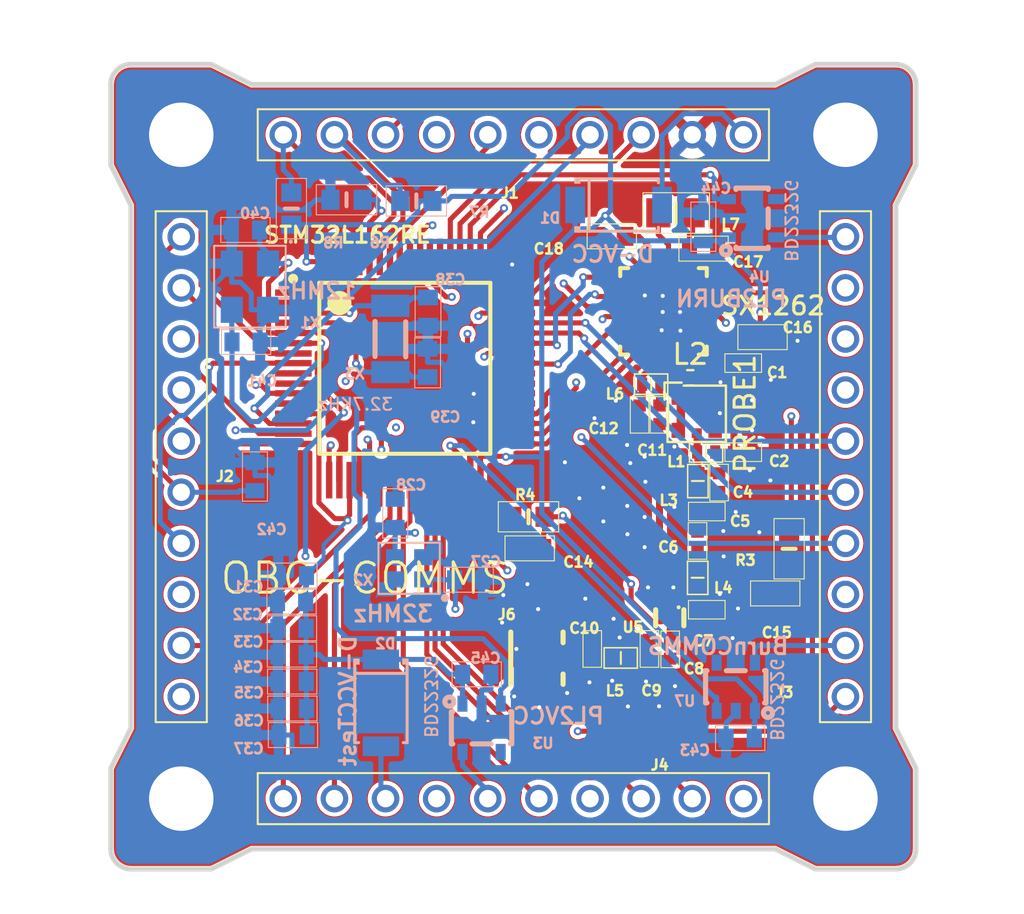
<source format=kicad_pcb>
(kicad_pcb (version 20211014) (generator pcbnew)
  (layers (0 "F.Cu" signal) (1 "In1.Cu" signal) (2 "In2.Cu" signal) (31 "B.Cu" signal) (34 "B.Paste" user) (35 "F.Paste" user) (36 "B.SilkS" user "B.Silkscreen") (37 "F.SilkS" user "F.Silkscreen") (38 "B.Mask" user) (39 "F.Mask" user) (44 "Edge.Cuts" user))
  (net 0 "")
  (net 1 "Net-(U2-Pad24)")
  (net 2 "GND")
  (net 3 "Net-(C4-Pad1)")
  (net 4 "Net-(C4-Pad2)")
  (net 5 "Net-(C6-Pad2)")
  (net 6 "Net-(U5-Pad1)")
  (net 7 "Net-(U5-Pad5)")
  (net 8 "Net-(C8-Pad2)")
  (net 9 "Net-(C10-Pad1)")
  (net 10 "Net-(C14-Pad1)")
  (net 11 "/RFswitch_ctrl")
  (net 12 "VCC")
  (net 13 "Net-(C17-Pad1)")
  (net 14 "/XTB")
  (net 15 "/XTA")
  (net 16 "OSC32_IN")
  (net 17 "OSC32_OUT")
  (net 19 "OSC_OUT")
  (net 20 "NRST")
  (net 21 "Net-(D1-Pad2)")
  (net 22 "VCC_TEST2")
  (net 23 "VCC_TEST1")
  (net 24 "SDA")
  (net 25 "SCL")
  (net 26 "RX")
  (net 28 "PFO")
  (net 30 "TOTAL_CURRENT")
  (net 31 "TX")
  (net 32 "PCLK")
  (net 33 "ADC_PL2")
  (net 34 "DAC_PL2")
  (net 35 "SWCLK")
  (net 36 "SWDIO")
  (net 37 "CHGOFF")
  (net 38 "CLPROG")
  (net 39 "MPPT_X")
  (net 40 "SOLAR_X")
  (net 41 "P{slash}L2BURN")
  (net 42 "PALE")
  (net 43 "PDATA")
  (net 44 "SOLAR_Y")
  (net 45 "SEL_PH2")
  (net 46 "SEL_PH1")
  (net 47 "SEL")
  (net 48 "HEATER")
  (net 49 "BURNCOMMS")
  (net 50 "RST")
  (net 51 "CHRG")
  (net 52 "FAULT")
  (net 53 "SEL_PH3")
  (net 54 "P{slash}L_POWER")
  (net 55 "ADC_PH1")
  (net 56 "RST_DRIVERS")
  (net 57 "MPPT_Y")
  (net 58 "MPPT_Z")
  (net 59 "SOLAR_Z")
  (net 60 "Net-(U2-Pad9)")
  (net 61 "Net-(R3-Pad1)")
  (net 62 "Net-(R6-Pad1)")
  (net 64 "OSC_IN")
  (net 66 "P{slash}L_POWER_OBC")
  (net 67 "BURNCOMMS_OBC")
  (net 68 "NSS")
  (net 69 "SCK")
  (net 70 "MISO")
  (net 71 "MOSI")
  (net 75 "NRESET")
  (net 76 "BUSY")
  (net 77 "DIO1")
  (net 78 "P{slash}L2BURN_OBC")
  (net 84 "Net-(U2-Pad23)")
  (net 88 "Net-(C11-Pad1)")
  (net 89 "Net-(U5-Pad3)")
  (net 90 "Net-(C12-Pad1)")
  (net 91 "Net-(PROBE1-PadC)")
  (footprint "easyeda:CAPC1608X90N" (layer "F.Cu") (at 104.03 51.857 180)
    (fp_text reference "C18")
    (fp_text value "100nF" hide)
  )
  (footprint "easyeda:CAPC1608X80N" (layer "F.Cu") (at 94.88 58.147 -90)
    (fp_text reference "C39")
    (fp_text value "10pF" hide)
  )
  (footprint "easyeda:CAPC1608X90N" (layer "F.Cu") (at 93.27 65.627 90)
    (fp_text reference "C28")
    (fp_text value "100nF" hide)
  )
  (footprint "easyeda:CAPC1608X90N" (layer "F.Cu") (at 88.12 70.017)
    (fp_text reference "C32")
    (fp_text value "100nF" hide)
  )
  (footprint "easyeda:CAPC1608X90N" (layer "F.Cu") (at 85.86 57.107 180)
    (fp_text reference "C41")
    (fp_text value "20pF" hide)
  )
  (footprint "easyeda:RESC1608X55N" (layer "F.Cu") (at 90.85 50.037)
    (fp_text reference "R6")
    (fp_text value "10k" hide)
  )
  (footprint "easyeda:CAPC1608X90N" (layer "F.Cu") (at 112.15 69.607 180)
    (fp_text reference "C15")
    (fp_text value "1nF" hide)
  )
  (footprint "easyeda:CAPC1608X90N" (layer "F.Cu") (at 88.16 75.327)
    (fp_text reference "C36")
    (fp_text value "100nF" hide)
  )
  (footprint "easyeda:LQW15CNR20J00B" (layer "F.Cu") (at 107.8 63.197 -90)
    (fp_text reference "L3")
    (fp_text value "2.5nH" hide)
  )
  (footprint "easyeda:SSOP-5_L3.0-W1.6-P0.95-LS2.8-TL" (layer "F.Cu") (at 110.19 74.247 -90)
    (fp_text reference "U7")
    (fp_text value "BD2232G-GTR" hide)
  )
  (footprint "easyeda:RESC1608X55N" (layer "F.Cu") (at 88.11 50.477 -90)
    (fp_text reference "R8")
    (fp_text value "4.7k" hide)
  )
  (footprint "easyeda:CAPC1608X90N" (layer "F.Cu") (at 88.14 71.337)
    (fp_text reference "C33")
    (fp_text value "100nF" hide)
  )
  (footprint "easyeda:CAPC1608X90N" (layer "F.Cu") (at 96.92 68.927 180)
    (fp_text reference "C27")
    (fp_text value "10pF" hide)
  )
  (footprint "easyeda:CAPC1005X55N" (layer "F.Cu") (at 108.29 66.997 -90)
    (fp_text reference "C6")
    (fp_text value "39pF" hide)
  )
  (footprint "easyeda:STM-LQFP64" (layer "F.Cu") (at 93.76 58.427)
    (fp_text reference "U1" hide)
    (fp_text value "STM32L162RETx" hide)
  )
  (footprint "easyeda:RESC1608X55N" (layer "F.Cu") (at 99.89 65.797)
    (fp_text reference "R4")
    (fp_text value "100R" hide)
  )
  (footprint "easyeda:SOD-128_L3.7-W2.5-LS4.7-FD" (layer "F.Cu") (at 104.37 50.297)
    (fp_text reference "D1")
    (fp_text value "VCC" hide)
  )
  (footprint "easyeda:CAPC1005X55N" (layer "F.Cu") (at 108.75 65.537)
    (fp_text reference "C5")
    (fp_text value "5.6pF" hide)
  )
  (footprint "easyeda:CAPC1005X55N" (layer "F.Cu") (at 106.93 72.387 -90)
    (fp_text reference "C8")
    (fp_text value "39pF" hide)
  )
  (footprint "easyeda:QFN-24_L4.0-W4.0-P0.50-BL-EP2.6" (layer "F.Cu") (at 106.6 55.597 90)
    (fp_text reference "U2" hide)
    (fp_text value "SX1262IMLTRT" hide)
  )
  (footprint "easyeda:CRYSTAL-SMD_L4.1-W1.5" (layer "F.Cu") (at 93.03 56.957 90)
    (fp_text reference "X3")
    (fp_text value "32.768KHz" hide)
  )
  (footprint "easyeda:SLW-110-01-X-S" (layer "F.Cu") (at 82.64 51.877 -90)
    (fp_text reference "J2")
    (fp_text value "Conn_01x10" hide)
  )
  (footprint "easyeda:LQW15CNR20J00B" (layer "F.Cu") (at 105.3 72.307 180)
    (fp_text reference "L5")
    (fp_text value "9.1nH" hide)
  )
  (footprint "easyeda:CAPC1608X90N" (layer "F.Cu") (at 111.52 56.867)
    (fp_text reference "C16")
    (fp_text value "1uF" hide)
  )
  (footprint "easyeda:CAPC1608X90N" (layer "F.Cu") (at 110.41 76.797 180)
    (fp_text reference "C43")
    (fp_text value "1uF" hide)
  )
  (footprint "easyeda:SSOP-5_L3.0-W1.6-P0.95-LS2.8-TL" (layer "F.Cu") (at 111 50.957 180)
    (fp_text reference "U4")
    (fp_text value "BD2232G-GTR" hide)
  )
  (footprint "easyeda:SLW-110-01-X-S" (layer "F.Cu") (at 87.71 79.807)
    (fp_text reference "J4")
    (fp_text value "Conn_01x10" hide)
  )
  (footprint "easyeda:CAPC1005X55N" (layer "F.Cu") (at 110.56 62.587)
    (fp_text reference "C2")
    (fp_text value "47pF" hide)
  )
  (footprint "easyeda:CAPC1608X90N" (layer "F.Cu") (at 108.59 52.467)
    (fp_text reference "C17")
    (fp_text value "470nF" hide)
  )
  (footprint "easyeda:TSNP-6_L1.1-W0.7-P0.40-BR" (layer "F.Cu") (at 106.91 70.817 90)
    (fp_text reference "U5")
    (fp_text value "RFswitch" hide)
  )
  (footprint "easyeda:SSOP-5_L3.0-W1.6-P0.95-LS2.8-TL" (layer "F.Cu") (at 97.56 76.287 90)
    (fp_text reference "U3")
    (fp_text value "BD2232G-GTR" hide)
  )
  (footprint "MountingHole:MountingHole_3.2mm_M3_Pad" (layer "F.Cu") (at 82.64 46.807)
    (fp_text reference "H2" hide)
    (fp_text value "MountingHole_Pad")
  )
  (footprint "easyeda:CAPC1005X55N" (layer "F.Cu") (at 103.06 72.367 90)
    (fp_text reference "C10")
    (fp_text value "3.3pF" hide)
  )
  (footprint "easyeda:CAPC1005X55N" (layer "F.Cu") (at 109.36 64.097 -90)
    (fp_text reference "C4")
    (fp_text value "3.3pF" hide)
  )
  (footprint "easyeda:LQW15CNR20J00B" (layer "F.Cu") (at 107.79 68.007 -90)
    (fp_text reference "L4")
    (fp_text value "4.7nH" hide)
  )
  (footprint "easyeda:U.FL-R-SMT-1(10)" (layer "F.Cu") (at 100.31 72.827 -90)
    (fp_text reference "J6")
    (fp_text value "U.FL-R-SMT-1_10_" hide)
  )
  (footprint "easyeda:CAPC1608X90N" (layer "F.Cu") (at 85.83 51.537)
    (fp_text reference "C40")
    (fp_text value "20pF" hide)
  )
  (footprint "easyeda:CAPC1608X90N" (layer "F.Cu") (at 108.58 51.377 90)
    (fp_text reference "C44")
    (fp_text value "1uF" hide)
  )
  (footprint "Resistor_SMD:R_0402_1005Metric" (layer "F.Cu") (at 107.93 58.887)
    (fp_text reference "L2")
    (fp_text value "0R")
  )
  (footprint "easyeda:SLW-110-01-X-S" (layer "F.Cu") (at 115.64 51.877 -90)
    (fp_text reference "J3")
    (fp_text value "Conn_01x10" hide)
  )
  (footprint "easyeda:RESC1608X55N" (layer "F.Cu") (at 112.84 67.387 -90)
    (fp_text reference "R3")
    (fp_text value "100R" hide)
  )
  (footprint "MountingHole:MountingHole_3.2mm_M3_Pad" (layer "F.Cu") (at 82.64 79.807)
    (fp_text reference "H1" hide)
    (fp_text value "MountingHole_Pad")
  )
  (footprint "easyeda:ECS1201833JEMTR3" (layer "F.Cu") (at 86.05 54.357 90)
    (fp_text reference "X1")
    (fp_text value "12MHz" hide)
  )
  (footprint "easyeda:CAPC1005X55N" (layer "F.Cu") (at 105.41 60.727 -90)
    (fp_text reference "C12")
    (fp_text value "1.8pF" hide)
  )
  (footprint "easyeda:CAPC1005X55N" (layer "F.Cu") (at 106.4 60.727 -90)
    (fp_text reference "C11")
    (fp_text value "2.4pF" hide)
  )
  (footprint "easyeda:SOD-128_L3.7-W2.5-LS4.7-FD" (layer "F.Cu") (at 92.56 75.047 -90)
    (fp_text reference "D2")
    (fp_text value "VCC_TEST" hide)
  )
  (footprint "easyeda:CAPC1608X90N" (layer "F.Cu") (at 97.32 73.627)
    (fp_text reference "C45")
    (fp_text value "1uF" hide)
  )
  (footprint "easyeda:FA128320000MF20XK5" (layer "F.Cu") (at 93.96 68.358)
    (fp_text reference "X2")
    (fp_text value "FA-128_32.0000MF20X-K5" hide)
  )
  (footprint "easyeda:CAPC1608X90N" (layer "F.Cu") (at 99.95 67.367 180)
    (fp_text reference "C14")
    (fp_text value "1nF" hide)
  )
  (footprint "easyeda:CAPC1005X55N" (layer "F.Cu") (at 110.56 58.157)
    (fp_text reference "C1")
    (fp_text value "47nF" hide)
  )
  (footprint "easyeda:SLW-110-01-X-S" (layer "F.Cu") (at 87.71 46.807)
    (fp_text reference "J1")
    (fp_text value "Conn_01x10" hide)
  )
  (footprint "easyeda:LQW15CNR20J00B" (layer "F.Cu") (at 106.81 58.697 180)
    (fp_text reference "L6")
    (fp_text value "15nH" hide)
  )
  (footprint "easyeda:CAPC1608X90N" (layer "F.Cu") (at 86.3 63.797 -90)
    (fp_text reference "C42")
    (fp_text value "100nF" hide)
  )
  (footprint "easyeda:CAPC1005X55N" (layer "F.Cu") (at 105.9 72.367 90)
    (fp_text reference "C9")
    (fp_text value "3.3pF" hide)
  )
  (footprint "easyeda:INDC2012X145N" (layer "F.Cu") (at 107.36 50.687 180)
    (fp_text reference "L7")
    (fp_text value "15uH" hide)
  )
  (footprint "easyeda:CAPC1608X90N" (layer "F.Cu") (at 88.16 68.717)
    (fp_text reference "C31")
    (fp_text value "4.7uF" hide)
  )
  (footprint "easyeda:RESC1608X55N" (layer "F.Cu") (at 94.32 50.097)
    (fp_text reference "R7")
    (fp_text value "4.7k" hide)
  )
  (footprint "easyeda:CAPC1005X55N" (layer "F.Cu") (at 108.75 70.417)
    (fp_text reference "C7")
    (fp_text value "2.2pF" hide)
  )
  (footprint "easyeda:CAPC1608X90N" (layer "F.Cu") (at 88.15 73.987)
    (fp_text reference "C35")
    (fp_text value "100nF" hide)
  )
  (footprint "easyeda:LQW15CNR20J00B" (layer "F.Cu") (at 109.54 62.067 180)
    (fp_text reference "L1")
    (fp_text value "47nH" hide)
  )
  (footprint "easyeda:CAPC1608X90N" (layer "F.Cu") (at 88.14 72.647)
    (fp_text reference "C34")
    (fp_text value "100nF" hide)
  )
  (footprint "MountingHole:MountingHole_3.2mm_M3_Pad" (layer "F.Cu") (at 115.64 46.807)
    (fp_text reference "H3" hide)
    (fp_text value "MountingHole_Pad")
  )
  (footprint "MountingHole:MountingHole_3.2mm_M3_Pad" (layer "F.Cu") (at 115.64 79.807)
    (fp_text reference "H4" hide)
    (fp_text value "MountingHole_Pad")
  )
  (footprint "GGS_Connectors:CoaxialSwitch_Hirose_MS-156C3_Horizontal" (layer "F.Cu") (at 108.25 60.677 -90)
    (fp_text reference "PROBE1")
    (fp_text value "MS-156C")
  )
  (footprint "easyeda:CAPC1608X90N" (layer "F.Cu") (at 88.19 76.647)
    (fp_text reference "C37")
    (fp_text value "1uF" hide)
  )
  (footprint "easyeda:CAPC1608X80N" (layer "F.Cu") (at 94.9 55.597 90)
    (fp_text reference "C38")
    (fp_text value "10pF" hide)
  )
  (gr_poly (pts (xy 98.628 74.129) (xy 98.66 74.097) (xy 98.67 74.097) (xy 98.638 74.129) (xy 98.628 74.129)) (layer "F.Cu") (width 0) (fill solid))
  (gr_poly (pts (xy 94.88 66.987) (xy 95.5 66.987) (xy 95.62 67.107) (xy 95.62 67.627) (xy 95.55 67.697) (xy 94.772 67.697) (xy 94.66 67.808)) (layer "B.Cu") (width 0) (fill solid))
  (gr_poly (pts (xy 92.499 69.045) (xy 93.119 69.045) (xy 93.239 69.165) (xy 93.239 69.685) (xy 93.169 69.755) (xy 92.391 69.755) (xy 92.28 69.867)) (layer "B.Cu") (width 0) (fill solid))
  (gr_line (start 84.14 83.307) (end 80.141 83.307) (layer "Edge.Cuts") (width 0.25))
  (gr_line (start 84.14 43.307) (end 86.14 44.307) (layer "Edge.Cuts") (width 0.25))
  (gr_line (start 114.14 43.307) (end 118.14 43.307) (layer "Edge.Cuts") (width 0.25))
  (gr_arc (start 79.14 44.307) (mid 79.432893 43.599893) (end 80.14 43.307) (layer "Edge.Cuts") (width 0.25))
  (gr_line (start 80.14 50.307) (end 79.14 48.307) (layer "Edge.Cuts") (width 0.25))
  (gr_line (start 114.141 83.307) (end 118.141 83.307) (layer "Edge.Cuts") (width 0.25))
  (gr_arc (start 118.14 43.307) (mid 118.847181 43.599967) (end 119.14 44.307209) (layer "Edge.Cuts") (width 0.25))
  (gr_line (start 79.14 48.307) (end 79.14 44.307) (layer "Edge.Cuts") (width 0.25))
  (gr_line (start 112.141 82.307) (end 86.141 82.307) (layer "Edge.Cuts") (width 0.25))
  (gr_line (start 99.14 44.307) (end 112.14 44.307) (layer "Edge.Cuts") (width 0.25))
  (gr_line (start 119.141 48.307) (end 118.141 50.307) (layer "Edge.Cuts") (width 0.25))
  (gr_line (start 119.141 44.307) (end 119.141 48.307) (layer "Edge.Cuts") (width 0.25))
  (gr_line (start 118.14 50.307) (end 118.14 76.307) (layer "Edge.Cuts") (width 0.25))
  (gr_arc (start 119.14 82.307) (mid 118.847107 83.014107) (end 118.14 83.307) (layer "Edge.Cuts") (width 0.25))
  (gr_line (start 119.141 78.307) (end 119.141 82.307) (layer "Edge.Cuts") (width 0.25))
  (gr_line (start 112.14 44.307) (end 114.14 43.307) (layer "Edge.Cuts") (width 0.25))
  (gr_line (start 86.141 82.307) (end 84.14 83.307) (layer "Edge.Cuts") (width 0.25))
  (gr_line (start 118.141 76.307) (end 119.141 78.307) (layer "Edge.Cuts") (width 0.25))
  (gr_line (start 86.14 44.307) (end 99.14 44.307) (layer "Edge.Cuts") (width 0.25))
  (gr_line (start 80.14 43.307) (end 84.14 43.307) (layer "Edge.Cuts") (width 0.25))
  (gr_arc (start 80.14 83.307) (mid 79.432893 83.014107) (end 79.14 82.307) (layer "Edge.Cuts") (width 0.25))
  (gr_line (start 79.14 82.307) (end 79.14 78.307) (layer "Edge.Cuts") (width 0.25))
  (gr_line (start 114.141 83.307) (end 112.141 82.307) (layer "Edge.Cuts") (width 0.25))
  (gr_line (start 80.14 76.307) (end 80.14 50.307) (layer "Edge.Cuts") (width 0.25))
  (gr_line (start 79.14 78.307) (end 80.14 76.307) (layer "Edge.Cuts") (width 0.25))
  (gr_text "32.7KHz" (at 93.22 60.207) (layer "B.SilkS") (effects (font (size 0.6 0.6) (thickness 0.1)) (justify left mirror)))
  (gr_text "BD2232G" (at 112.22 76.997 -90) (layer "B.SilkS") (effects (font (size 0.6 0.6) (thickness 0.1)) (justify left mirror)))
  (gr_text "BD2232G" (at 112.93 53.187 -90) (layer "B.SilkS") (effects (font (size 0.6 0.6) (thickness 0.1)) (justify left mirror)))
  (gr_text "32MHz" (at 95.23 70.617) (layer "B.SilkS") (effects (font (size 0.8 0.8) (thickness 0.152)) (justify left mirror)))
  (gr_text "BurnCOMMS" (at 112.9 72.237) (layer "B.SilkS") (effects (font (size 0.8 0.8) (thickness 0.152)) (justify left mirror)))
  (gr_text "D-VCC" (at 106.22 52.74) (layer "B.SilkS") (effects (font (size 0.8 0.8) (thickness 0.152)) (justify left mirror)))
  (gr_text "D-VCCTest" (at 90.92 71.607 90) (layer "B.SilkS") (effects (font (size 0.8 0.8) (thickness 0.152)) (justify left mirror)))
  (gr_text "BD2232G" (at 95.03 76.847 -90) (layer "B.SilkS") (effects (font (size 0.6 0.6) (thickness 0.1)) (justify left mirror)))
  (gr_text "PL2VCC" (at 103.725 75.697) (layer "B.SilkS") (effects (font (size 0.8 0.8) (thickness 0.152)) (justify left mirror)))
  (gr_text "PL2BURN" (at 112.81 54.957) (layer "B.SilkS") (effects (font (size 0.8 0.8) (thickness 0.152)) (justify left mirror)))
  (gr_text "12MHz" (at 91.43 54.567) (layer "B.SilkS") (effects (font (size 0.8 0.8) (thickness 0.152)) (justify left mirror)))
  (gr_text "SX1262" (at 109.37 55.307) (layer "F.SilkS") (effects (font (size 0.9 0.9) (thickness 0.152)) (justify left)))
  (gr_text "STM32L162RE" (at 86.66 51.787) (layer "F.SilkS") (effects (font (size 0.8 0.8) (thickness 0.152)) (justify left)))
  (gr_text "OBC-COMMS" (at 84.48 68.857) (layer "F.SilkS") (effects (font (size 1.5 1.5) (thickness 0.152)) (justify left)))
  (via (at 93.31 61.357) (size 0.4) (drill 0.2) (layers "F.Cu" "B.Cu") (net 0))
  (via (at 90.81 59.057) (size 0.4) (drill 0.2) (layers "F.Cu" "B.Cu") (net 0))
  (segment (start 110.1 58.157) (end 110.1 62.587) (width 0.35) (layer "F.Cu") (net 1))
  (segment (start 109.943 58) (end 110.1 58.157) (width 0.3) (layer "F.Cu") (net 1))
  (segment (start 108.253 58) (end 109.943 58) (width 0.3) (layer "F.Cu") (net 1))
  (segment (start 107.85 57.597) (end 108.253 58) (width 0.3) (layer "F.Cu") (net 1))
  (segment (start 109.17 62.575) (end 110.1 62.588) (width 0.35) (layer "F.Cu") (net 1))
  (segment (start 107.09 69.821) (end 107.09 69.307) (width 0.2) (layer "F.Cu") (net 2))
  (segment (start 102.715 70.022) (end 102.715 69.867) (width 0.254) (layer "F.Cu") (net 2))
  (segment (start 104.25 59.536) (end 105.419 58.367) (width 0.2) (layer "F.Cu") (net 2))
  (segment (start 104.25 60.017) (end 104.25 59.536) (width 0.2) (layer "F.Cu") (net 2))
  (segment (start 105.851 57.597) (end 105.861 57.925) (width 0.2) (layer "F.Cu") (net 2))
  (segment (start 106.91 70.001) (end 107.09 69.821) (width 0.2) (layer "F.Cu") (net 2))
  (segment (start 106.91 70.617) (end 106.91 70.001) (width 0.2) (layer "F.Cu") (net 2))
  (segment (start 101.385 71.352) (end 102.715 70.022) (width 0.254) (layer "F.Cu") (net 2))
  (segment (start 110.321 70.338) (end 111.05 69.606) (width 0.254) (layer "F.Cu") (net 2))
  (segment (start 105.861 57.925) (end 105.419 58.367) (width 0.2) (layer "F.Cu") (net 2))
  (segment (start 100.31 71.352) (end 101.385 71.352) (width 0.254) (layer "F.Cu") (net 2))
  (segment (start 106.91 70.326) (end 106.88 70.296) (width 0.2) (layer "F.Cu") (net 2))
  (segment (start 111.05 69.606) (end 111.449 69.606) (width 0.254) (layer "F.Cu") (net 2))
  (segment (start 106.88 70.296) (end 106.88 69.867) (width 0.2) (layer "F.Cu") (net 2))
  (via (at 106.38 75.217) (size 0.4) (drill 0.2) (layers "F.Cu" "B.Cu") (net 2))
  (via (at 109.4 69.637) (size 0.4) (drill 0.2) (layers "F.Cu" "B.Cu") (net 2))
  (via (at 102.715 69.867) (size 0.4) (drill 0.2) (layers "F.Cu" "B.Cu") (net 2))
  (via (at 109.59 67.767) (size 0.4) (drill 0.2) (layers "F.Cu" "B.Cu") (net 2))
  (via (at 97.17 59.687) (size 0.4) (drill 0.2) (layers "F.Cu" "B.Cu") (net 2))
  (via (at 105.66 65.807) (size 0.4) (drill 0.2) (layers "F.Cu" "B.Cu") (net 2))
  (via (at 111.36 66.567) (size 0.4) (drill 0.2) (layers "F.Cu" "B.Cu") (net 2))
  (via (at 107.09 69.307) (size 0.4) (drill 0.2) (layers "F.Cu" "B.Cu") (net 2))
  (via (at 100.43 75.267) (size 0.4) (drill 0.2) (layers "F.Cu" "B.Cu") (net 2))
  (via (at 99.18 74.727) (size 0.4) (drill 0.2) (layers "F.Cu" "B.Cu") (net 2))
  (via (at 99.84 69.147) (size 0.4) (drill 0.2) (layers "F.Cu" "B.Cu") (net 2))
  (via (at 107.14 67.557) (size 0.4) (drill 0.2) (layers "F.Cu" "B.Cu") (net 2))
  (via (at 110.3 70.357) (size 0.4) (drill 0.2) (layers "F.Cu" "B.Cu") (net 2))
  (via (at 104.42 71.797) (size 0.4) (drill 0.2) (layers "F.Cu" "B.Cu") (net 2))
  (via (at 104.23 60.027) (size 0.4) (drill 0.2) (layers "F.Cu" "B.Cu") (net 2))
  (via (at 110.89 63.487) (size 0.4) (drill 0.2) (layers "F.Cu" "B.Cu") (net 2))
  (via (at 109.4 60.647) (size 0.4) (drill 0.2) (layers "F.Cu" "B.Cu") (net 2))
  (via (at 100.37 70.387) (size 0.4) (drill 0.2) (layers "F.Cu" "B.Cu") (net 2))
  (via (at 106.56 55.617) (size 0.4) (drill 0.2) (layers "F.Cu" "B.Cu") (net 2))
  (via (at 105.83 69.307) (size 0.4) (drill 0.2) (layers "F.Cu" "B.Cu") (net 2))
  (via (at 104.83 75.227) (size 0.4) (drill 0.2) (layers "F.Cu" "B.Cu") (net 2))
  (via (at 107.42 55.617) (size 0.4) (drill 0.2) (layers "F.Cu" "B.Cu") (net 2))
  (via (at 99.08 53.257) (size 0.4) (drill 0.2) (layers "F.Cu" "B.Cu") (net 2))
  (via (at 101.81 74.557) (size 0.4) (drill 0.2) (layers "F.Cu" "B.Cu") (net 2))
  (via (at 109.43 59.107) (size 0.4) (drill 0.2) (layers "F.Cu" "B.Cu") (net 2))
  (via (at 110.19 65.557) (size 0.4) (drill 0.2) (layers "F.Cu" "B.Cu") (net 2))
  (via (at 104.79 62.227) (size 0.4) (drill 0.2) (layers "F.Cu" "B.Cu") (net 2))
  (via (at 98.64 69.687) (size 0.4) (drill 0.2) (layers "F.Cu" "B.Cu") (net 2))
  (via (at 109.57 66.507) (size 0.4) (drill 0.2) (layers "F.Cu" "B.Cu") (net 2))
  (via (at 110.997 60.004) (size 0.4) (drill 0.2) (layers "F.Cu" "B.Cu") (net 2))
  (via (at 107.14 65.307) (size 0.4) (drill 0.2) (layers "F.Cu" "B.Cu") (net 2))
  (via (at 103.61 64.347) (size 0.4) (drill 0.2) (layers "F.Cu" "B.Cu") (net 2))
  (via (at 111.93 58.987) (size 0.4) (drill 0.2) (layers "F.Cu" "B.Cu") (net 2))
  (via (at 104.05 73.947) (size 0.4) (drill 0.2) (layers "F.Cu" "B.Cu") (net 2))
  (via (at 107.438 56.545) (size 0.4) (drill 0.2) (layers "F.Cu" "B.Cu") (net 2))
  (via (at 102.92 74.027) (size 0.4) (drill 0.2) (layers "F.Cu" "B.Cu") (net 2))
  (via (at 101.7 63.087) (size 0.4) (drill 0.2) (layers "F.Cu" "B.Cu") (net 2))
  (via (at 105.67 54.797) (size 0.4) (drill 0.2) (layers "F.Cu" "B.Cu") (net 2))
  (via (at 111 61.497) (size 0.4) (drill 0.2) (layers "F.Cu" "B.Cu") (net 2))
  (via (at 105.66 67.307) (size 0.4) (drill 0.2) (layers "F.Cu" "B.Cu") (net 2))
  (via (at 111.91 63.987) (size 0.4) (drill 0.2) (layers "F.Cu" "B.Cu") (net 2))
  (via (at 97.15 61.097) (size 0.4) (drill 0.2) (layers "F.Cu" "B.Cu") (net 2))
  (via (at 104.8 65.257) (size 0.4) (drill 0.2) (layers "F.Cu" "B.Cu") (net 2))
  (via (at 106.509 56.525) (size 0.4) (drill 0.2) (layers "F.Cu" "B.Cu") (net 2))
  (via (at 113.26 57.047) (size 0.4) (drill 0.2) (layers "F.Cu" "B.Cu") (net 2))
  (via (at 105.73 73.987) (size 0.4) (drill 0.2) (layers "F.Cu" "B.Cu") (net 2))
  (via (at 107.17 74.217) (size 0.4) (drill 0.2) (layers "F.Cu" "B.Cu") (net 2))
  (via (at 104.81 66.667) (size 0.4) (drill 0.2) (layers "F.Cu" "B.Cu") (net 2))
  (via (at 104.12 70.867) (size 0.4) (drill 0.2) (layers "F.Cu" "B.Cu") (net 2))
  (via (at 103.61 66.027) (size 0.4) (drill 0.2) (layers "F.Cu" "B.Cu") (net 2))
  (via (at 107.14 62.307) (size 0.4) (drill 0.2) (layers "F.Cu" "B.Cu") (net 2))
  (via (at 105.7 64.057) (size 0.4) (drill 0.2) (layers "F.Cu" "B.Cu") (net 2))
  (via (at 105.66 62.807) (size 0.4) (drill 0.2) (layers "F.Cu" "B.Cu") (net 2))
  (via (at 110.03 71.827) (size 0.4) (drill 0.2) (layers "F.Cu" "B.Cu") (net 2))
  (via (at 106.56 54.817) (size 0.4) (drill 0.2) (layers "F.Cu" "B.Cu") (net 2))
  (via (at 98.58 71.057) (size 0.4) (drill 0.2) (layers "F.Cu" "B.Cu") (net 2))
  (via (at 99.29 72.367) (size 0.4) (drill 0.2) (layers "F.Cu" "B.Cu") (net 2))
  (via (at 104.95 63.127) (size 0.4) (drill 0.2) (layers "F.Cu" "B.Cu") (net 2))
  (via (at 102.42 64.877) (size 0.4) (drill 0.2) (layers "F.Cu" "B.Cu") (net 2))
  (via (at 103.17 60.897) (size 0.4) (drill 0.2) (layers "F.Cu" "B.Cu") (net 2))
  (segment (start 87.49 76.272) (end 87.49 75.898) (width 0.254) (layer "B.Cu") (net 2))
  (segment (start 98.917 75.768) (end 97.562 75.768) (width 0.254) (layer "B.Cu") (net 2))
  (segment (start 89.805 77.426) (end 90.796 76.436) (width 0.254) (layer "B.Cu") (net 2))
  (segment (start 86.56 57.107) (end 86.56 56.358) (width 0.254) (layer "B.Cu") (net 2))
  (segment (start 85.15 54.136) (end 85.579 54.136) (width 0.254) (layer "B.Cu") (net 2))
  (segment (start 87.49 75.898) (end 87.46 75.868) (width 0.254) (layer "B.Cu") (net 2))
  (segment (start 96.869 68.176) (end 95.757 68.176) (width 0.254) (layer "B.Cu") (net 2))
  (segment (start 97.62 68.927) (end 97.62 69.676) (width 0.254) (layer "B.Cu") (net 2))
  (segment (start 87.44 73.228) (end 87.44 72.647) (width 0.254) (layer "B.Cu") (net 2))
  (segment (start 87.45 74.568) (end 87.45 73.987) (width 0.254) (layer "B.Cu") (net 2))
  (segment (start 88.114 64.911) (end 88.114 68.717) (width 0.254) (layer "B.Cu") (net 2))
  (segment (start 85.15 52.354) (end 85.182 52.354) (width 0.254) (layer "B.Cu") (net 2))
  (segment (start 97.56 75.087) (end 97.56 75.766) (width 0.254) (layer "B.Cu") (net 2))
  (segment (start 86.121 54.678) (end 86.121 55.507) (width 0.254) (layer "B.Cu") (net 2))
  (segment (start 93.27 64.927) (end 93.27 64.273) (width 0.254) (layer "B.Cu") (net 2))
  (segment (start 87.49 76.647) (end 88.144 76.647) (width 0.254) (layer "B.Cu") (net 2))
  (segment (start 98.64 69.677) (end 97.621 69.677) (width 0.254) (layer "B.Cu") (net 2))
  (segment (start 93.957 68.34) (end 94.489 67.808) (width 0.254) (layer "B.Cu") (net 2))
  (segment (start 97.989 74.408) (end 98.02 74.376) (width 0.254) (layer "B.Cu") (net 2))
  (segment (start 87.44 70.588) (end 87.42 70.568) (width 0.254) (layer "B.Cu") (net 2))
  (segment (start 84.614 58.112) (end 84.255 57.753) (width 0.254) (layer "B.Cu") (net 2))
  (segment (start 84.255 57.753) (end 84.255 54.278) (width 0.254) (layer "B.Cu") (net 2))
  (segment (start 87.46 68.717) (end 88.114 68.717) (width 0.254) (layer "B.Cu") (net 2))
  (segment (start 94.823 62.72) (end 93.27 64.273) (width 0.254) (layer "B.Cu") (net 2))
  (segment (start 93.439 68.908) (end 93.957 68.39) (width 0.254) (layer "B.Cu") (net 2))
  (segment (start 94.88 57.447) (end 94.88 58.116) (width 0.254) (layer "B.Cu") (net 2))
  (segment (start 87.46 68.717) (end 87.46 69.466) (width 0.254) (layer "B.Cu") (net 2))
  (segment (start 88.144 76.647) (end 88.144 77.301) (width 0.254) (layer "B.Cu") (net 2))
  (segment (start 96.092 62.847) (end 95.55 62.847) (width 0.254) (layer "B.Cu") (net 2))
  (segment (start 93.957 68.39) (end 93.957 68.34) (width 0.254) (layer "B.Cu") (net 2))
  (segment (start 94.66 67.808) (end 95.39 67.808) (width 0.254) (layer "B.Cu") (net 2))
  (segment (start 97.562 75.768) (end 97.56 75.766) (width 0.254) (layer "B.Cu") (net 2))
  (segment (start 85.15 53.383) (end 85.15 54.136) (width 0.254) (layer "B.Cu") (net 2))
  (segment (start 84.255 54.278) (end 85.15 53.383) (width 0.254) (layer "B.Cu") (net 2))
  (segment (start 109.71 76.797) (end 109.71 76.422) (width 0.254) (layer "B.Cu") (net 2))
  (segment (start 88.144 77.301) (end 88.269 77.426) (width 0.254) (layer "B.Cu") (net 2))
  (segment (start 99.428 69.677) (end 98.64 69.677) (width 0.254) (layer "B.Cu") (net 2))
  (segment (start 99.619 69.867) (end 99.807 69.867) (width 0.254) (layer "B.Cu") (net 2))
  (segment (start 84.614 61.738) (end 84.614 58.112) (width 0.254) (layer "B.Cu") (net 2))
  (segment (start 94.88 58.116) (end 95.549 58.116) (width 0.254) (layer "B.Cu") (net 2))
  (segment (start 87.42 69.506) (end 87.46 69.466) (width 0.254) (layer "B.Cu") (net 2))
  (segment (start 87.42 70.017) (end 87.42 69.506) (width 0.254) (layer "B.Cu") (net 2))
  (segment (start 87.45 73.987) (end 87.45 73.238) (width 0.254) (layer "B.Cu") (net 2))
  (segment (start 99.429 66.184) (end 96.092 62.847) (width 0.254) (layer "B.Cu") (net 2))
  (segment (start 87.42 70.568) (end 87.42 70.017) (width 0.254) (layer "B.Cu") (net 2))
  (segment (start 85.182 52.354) (end 85.369 52.167) (width 0.254) (layer "B.Cu") (net 2))
  (segment (start 95.737 58.304) (end 95.737 61.704) (width 0.254) (layer "B.Cu") (net 2))
  (segment (start 94.88 56.778) (end 94.9 56.758) (width 0.254) (layer "B.Cu") (net 2))
  (segment (start 99.429 69.676) (end 99.429 66.184) (width 0.254) (layer "B.Cu") (net 2))
  (segment (start 99.429 69.676) (end 99.619 69.867) (width 0.254) (layer "B.Cu") (net 2))
  (segment (start 90.05 50.037) (end 89.321 50.037) (width 0.254) (layer "B.Cu") (net 2))
  (segment (start 87.46 75.868) (end 87.46 75.327) (width 0.254) (layer "B.Cu") (net 2))
  (segment (start 96.966 68.927) (end 96.966 68.273) (width 0.254) (layer "B.Cu") (net 2))
  (segment (start 85.13 52.333) (end 85.15 52.354) (width 0.254) (layer "B.Cu") (net 2))
  (segment (start 87.44 72.647) (end 87.44 71.337) (width 0.254) (layer "B.Cu") (net 2))
  (segment (start 85.579 54.136) (end 86.121 54.678) (width 0.254) (layer "B.Cu") (net 2))
  (segment (start 87.45 73.238) (end 87.44 73.228) (width 0.254) (layer "B.Cu") (net 2))
  (segment (start 86.3 63.424) (end 84.614 61.738) (width 0.254) (layer "B.Cu") (net 2))
  (segment (start 85.369 50.99) (end 85.812 50.546) (width 0.254) (layer "B.Cu") (net 2))
  (segment (start 86.56 56.358) (end 86.95 55.968) (width 0.254) (layer "B.Cu") (net 2))
  (segment (start 85.369 52.167) (end 85.369 50.99) (width 0.254) (layer "B.Cu") (net 2))
  (segment (start 86.95 55.507) (end 86.121 55.507) (width 0.254) (layer "B.Cu") (net 2))
  (segment (start 97.56 75.087) (end 97.56 74.408) (width 0.254) (layer "B.Cu") (net 2))
  (segment (start 99.807 74.877) (end 99.807 69.867) (width 0.254) (layer "B.Cu") (net 2))
  (segment (start 94.9 56.758) (end 94.9 56.297) (width 0.254) (layer "B.Cu") (net 2))
  (segment (start 95.422 62.72) (end 94.823 62.72) (width 0.254) (layer "B.Cu") (net 2))
  (segment (start 110.19 75.568) (end 109.71 76.048) (width 0.254) (layer "B.Cu") (net 2))
  (segment (start 97.56 74.408) (end 97.989 74.408) (width 0.254) (layer "B.Cu") (net 2))
  (segment (start 94.88 57.423) (end 94.88 56.778) (width 0.254) (layer "B.Cu") (net 2))
  (segment (start 87.46 74.578) (end 87.45 74.568) (width 0.254) (layer "B.Cu") (net 2))
  (segment (start 99.807 69.867) (end 102.715 69.867) (width 0.254) (layer "B.Cu") (net 2))
  (segment (start 96.966 68.273) (end 96.869 68.176) (width 0.254) (layer "B.Cu") (net 2))
  (segment (start 97.62 68.927) (end 96.966 68.927) (width 0.254) (layer "B.Cu") (net 2))
  (segment (start 94.489 67.808) (end 94.66 67.808) (width 0.254) (layer "B.Cu") (net 2))
  (segment (start 96.89 76.436) (end 97.56 75.766) (width 0.254) (layer "B.Cu") (net 2))
  (segment (start 85.13 51.537) (end 85.13 52.333) (width 0.254) (layer "B.Cu") (net 2))
  (segment (start 109.71 76.422) (end 109.71 76.048) (width 0.254) (layer "B.Cu") (net 2))
  (segment (start 86.954 63.751) (end 88.114 64.911) (width 0.254) (layer "B.Cu") (net 2))
  (segment (start 95.757 68.176) (end 95.39 67.808) (width 0.254) (layer "B.Cu") (net 2))
  (segment (start 110.19 75.447) (end 110.19 75.568) (width 0.254) (layer "B.Cu") (net 2))
  (segment (start 94.88 57.423) (end 94.88 57.447) (width 0.254) (layer "B.Cu") (net 2))
  (segment (start 95.55 62.847) (end 95.422 62.72) (width 0.254) (layer "B.Cu") (net 2))
  (segment (start 85.15 53.383) (end 85.15 53.207) (width 0.254) (layer "B.Cu") (net 2))
  (segment (start 87.46 75.327) (end 87.46 74.578) (width 0.254) (layer "B.Cu") (net 2))
  (segment (start 95.737 61.704) (end 95.422 62.019) (width 0.254) (layer "B.Cu") (net 2))
  (segment (start 85.15 53.207) (end 85.15 52.354) (width 0.254) (layer "B.Cu") (net 2))
  (segment (start 85.812 50.546) (end 88.812 50.546) (width 0.254) (layer "B.Cu") (net 2))
  (segment (start 86.3 63.424) (end 86.3 63.751) (width 0.254) (layer "B.Cu") (net 2))
  (segment (start 88.269 77.426) (end 89.805 77.426) (width 0.254) (layer "B.Cu") (net 2))
  (segment (start 98.02 73.627) (end 98.02 74.376) (width 0.254) (layer "B.Cu") (net 2))
  (segment (start 95.422 62.019) (end 95.422 62.72) (width 0.254) (layer "B.Cu") (net 2))
  (segment (start 87.49 76.272) (end 87.49 76.647) (width 0.254) (layer "B.Cu") (net 2))
  (segment (start 88.812 50.546) (end 89.321 50.037) (width 0.254) (layer "B.Cu") (net 2))
  (segment (start 95.549 58.116) (end 95.737 58.304) (width 0.254) (layer "B.Cu") (net 2))
  (segment (start 87.44 71.337) (end 87.44 70.588) (width 0.254) (layer "B.Cu") (net 2))
  (segment (start 98.917 75.768) (end 99.807 74.877) (width 0.254) (layer "B.Cu") (net 2))
  (segment (start 93.26 68.908) (end 93.439 68.908) (width 0.254) (layer "B.Cu") (net 2))
  (segment (start 86.3 63.751) (end 86.954 63.751) (width 0.254) (layer "B.Cu") (net 2))
  (segment (start 90.796 76.436) (end 96.89 76.436) (width 0.254) (layer "B.Cu") (net 2))
  (segment (start 97.621 69.677) (end 97.62 69.676) (width 0.254) (layer "B.Cu") (net 2))
  (segment (start 86.95 55.968) (end 86.95 55.507) (width 0.254) (layer "B.Cu") (net 2))
  (segment (start 86.3 63.097) (end 86.3 63.424) (width 0.254) (layer "B.Cu") (net 2))
  (segment (start 99.429 69.676) (end 99.428 69.677) (width 0.254) (layer "B.Cu") (net 2))
  (segment (start 108.25 61.637) (end 108.27 61.657) (width 0.35) (layer "F.Cu") (net 3))
  (segment (start 108.308 62.613) (end 108.308 63.567) (width 0.35) (layer "F.Cu") (net 3))
  (segment (start 108.27 61.657) (end 108.27 62.575) (width 0.35) (layer "F.Cu") (net 3))
  (segment (start 108.378 63.637) (end 109.36 63.637) (width 0.35) (layer "F.Cu") (net 3))
  (segment (start 108.27 62.575) (end 108.308 62.613) (width 0.35) (layer "F.Cu") (net 3))
  (segment (start 108.308 63.567) (end 108.378 63.637) (width 0.35) (layer "F.Cu") (net 3))
  (segment (start 108.307 64.468) (end 108.289 65.537) (width 0.35) (layer "F.Cu") (net 4))
  (segment (start 109.36 64.557) (end 109.27 64.467) (width 0.35) (layer "F.Cu") (net 4))
  (segment (start 108.29 65.537) (end 108.29 66.537) (width 0.35) (layer "F.Cu") (net 4))
  (segment (start 109.27 64.467) (end 108.308 64.467) (width 0.35) (layer "F.Cu") (net 4))
  (segment (start 108.289 67.457) (end 108.297 68.377) (width 0.35) (layer "F.Cu") (net 5))
  (segment (start 108.19 70.417) (end 108.29 70.417) (width 0.2) (layer "F.Cu") (net 6))
  (segment (start 108.297 69.276) (end 108.29 69.283) (width 0.35) (layer "F.Cu") (net 6))
  (segment (start 107.31 70.617) (end 107.99 70.617) (width 0.2) (layer "F.Cu") (net 6))
  (segment (start 107.99 70.617) (end 108.19 70.417) (width 0.2) (layer "F.Cu") (net 6))
  (segment (start 108.29 69.283) (end 108.29 70.417) (width 0.35) (layer "F.Cu") (net 6))
  (segment (start 106.93 71.927) (end 106.93 71.397) (width 0.35) (layer "F.Cu") (net 7))
  (segment (start 106.91 71.016) (end 106.93 71.397) (width 0.25) (layer "F.Cu") (net 7))
  (segment (start 106.93 72.847) (end 105.899 72.827) (width 0.35) (layer "F.Cu") (net 8))
  (segment (start 105.899 72.827) (end 104.931 72.814) (width 0.35) (layer "F.Cu") (net 8))
  (segment (start 104.029 72.814) (end 103.059 72.827) (width 0.35) (layer "F.Cu") (net 9))
  (segment (start 103.06 72.827) (end 101.835 72.827) (width 0.35) (layer "F.Cu") (net 9))
  (segment (start 100.69 65.797) (end 100.69 66.578) (width 0.254) (layer "F.Cu") (net 10))
  (segment (start 106.049 71.016) (end 106.503 71.016) (width 0.254) (layer "F.Cu") (net 10))
  (segment (start 100.65 67.367) (end 100.65 66.618) (width 0.254) (layer "F.Cu") (net 10))
  (segment (start 101.538 65.797) (end 100.69 65.797) (width 0.254) (layer "F.Cu") (net 10))
  (segment (start 101.6 65.736) (end 101.538 65.797) (width 0.254) (layer "F.Cu") (net 10))
  (segment (start 104.99 69.977) (end 106.049 71.016) (width 0.254) (layer "F.Cu") (net 10))
  (segment (start 100.69 66.578) (end 100.65 66.618) (width 0.254) (layer "F.Cu") (net 10))
  (segment (start 104.99 69.136) (end 104.99 69.977) (width 0.254) (layer "F.Cu") (net 10))
  (via (at 104.99 69.137) (size 0.4) (drill 0.2) (layers "F.Cu" "B.Cu") (net 10))
  (via (at 101.6 65.736) (size 0.4) (drill 0.2) (layers "F.Cu" "B.Cu") (net 10))
  (segment (start 101.6 65.747) (end 104.99 69.137) (width 0.254) (layer "B.Cu") (net 10))
  (segment (start 101.6 65.736) (end 101.6 65.747) (width 0.254) (layer "B.Cu") (net 10))
  (segment (start 111.441 71.016) (end 112.85 69.607) (width 0.254) (layer "F.Cu") (net 11))
  (segment (start 112.851 69.606) (end 112.841 68.186) (width 0.254) (layer "F.Cu") (net 11))
  (segment (start 107.316 71.016) (end 111.441 71.016) (width 0.254) (layer "F.Cu") (net 11))
  (segment (start 98.771 62.819) (end 98.742 62.79) (width 0.254) (layer "F.Cu") (net 12))
  (segment (start 97.506 64.942) (end 97.506 63.977) (width 0.254) (layer "F.Cu") (net 12))
  (segment (start 89.988 52.877) (end 89.988 53.114) (width 0.254) (layer "F.Cu") (net 12))
  (segment (start 90.901 65.976) (end 90.815 65.889) (width 0.254) (layer "F.Cu") (net 12))
  (segment (start 105.85 52.323) (end 105.384 51.857) (width 0.254) (layer "F.Cu") (net 12))
  (segment (start 99.09 65.797) (end 98.361 65.797) (width 0.254) (layer "F.Cu") (net 12))
  (segment (start 108.62 56.867) (end 108.6 56.847) (width 0.254) (layer "F.Cu") (net 12))
  (segment (start 106.35 53.597) (end 106.35 53.24) (width 0.254) (layer "F.Cu") (net 12))
  (segment (start 88.804 54.655) (end 89.397 54.655) (width 0.254) (layer "F.Cu") (net 12))
  (segment (start 89.48 65.1) (end 90.269 65.889) (width 0.254) (layer "F.Cu") (net 12))
  (segment (start 90.815 65.889) (end 91.004 65.7) (width 0.254) (layer "F.Cu") (net 12))
  (segment (start 89.988 54.064) (end 89.988 54.064) (width 0.254) (layer "F.Cu") (net 12))
  (segment (start 97.506 64.57) (end 97.506 63.977) (width 0.254) (layer "F.Cu") (net 12))
  (segment (start 89.988 53.114) (end 88.86 53.114) (width 0.254) (layer "F.Cu") (net 12))
  (segment (start 103.621 52.967) (end 104.731 51.857) (width 0.254) (layer "F.Cu") (net 12))
  (segment (start 97.506 63.977) (end 97.506 62.79) (width 0.254) (layer "F.Cu") (net 12))
  (segment (start 91.004 65.7) (end 91.004 63.977) (width 0.254) (layer "F.Cu") (net 12))
  (segment (start 88.804 54.655) (end 88.21 54.655) (width 0.254) (layer "F.Cu") (net 12))
  (segment (start 89.397 54.655) (end 89.988 54.064) (width 0.254) (layer "F.Cu") (net 12))
  (segment (start 89.48 60.758) (end 89.48 65.1) (width 0.254) (layer "F.Cu") (net 12))
  (segment (start 88.21 60.675) (end 89.397 60.675) (width 0.254) (layer "F.Cu") (net 12))
  (segment (start 98.361 65.797) (end 97.506 64.942) (width 0.254) (layer "F.Cu") (net 12))
  (segment (start 104.73 51.857) (end 105.384 51.857) (width 0.254) (layer "F.Cu") (net 12))
  (segment (start 104.73 51.857) (end 104.403 51.857) (width 0.254) (layer "F.Cu") (net 12))
  (segment (start 104.403 51.53) (end 104.403 51.857) (width 0.254) (layer "F.Cu") (net 12))
  (segment (start 89.397 60.675) (end 89.48 60.758) (width 0.254) (layer "F.Cu") (net 12))
  (segment (start 90.269 65.889) (end 90.815 65.889) (width 0.254) (layer "F.Cu") (net 12))
  (segment (start 105.85 53.597) (end 105.85 52.323) (width 0.254) (layer "F.Cu") (net 12))
  (segment (start 99.31 54.656) (end 100.133 54.656) (width 0.254) (layer "F.Cu") (net 12))
  (segment (start 101.83 52.967) (end 103.621 52.967) (width 0.254) (layer "F.Cu") (net 12))
  (segment (start 111.41 55.617) (end 111.41 56.277) (width 0.254) (layer "F.Cu") (net 12))
  (segment (start 98.742 62.79) (end 97.506 62.79) (width 0.254) (layer "F.Cu") (net 12))
  (segment (start 106.35 53.24) (end 105.85 52.74) (width 0.254) (layer "F.Cu") (net 12))
  (segment (start 100.133 54.656) (end 101.83 52.967) (width 0.254) (layer "F.Cu") (net 12))
  (segment (start 89.988 53.114) (end 89.988 54.064) (width 0.254) (layer "F.Cu") (net 12))
  (segment (start 110.82 56.867) (end 108.62 56.867) (width 0.254) (layer "F.Cu") (net 12))
  (segment (start 111.41 56.277) (end 110.82 56.867) (width 0.254) (layer "F.Cu") (net 12))
  (segment (start 103.71 50.837) (end 104.403 51.53) (width 0.254) (layer "F.Cu") (net 12))
  (via (at 90.901 65.975) (size 0.4) (drill 0.2) (layers "F.Cu" "B.Cu") (net 12))
  (via (at 88.86 53.114) (size 0.4) (drill 0.2) (layers "F.Cu" "B.Cu") (net 12))
  (via (at 103.71 50.837) (size 0.4) (drill 0.2) (layers "F.Cu" "B.Cu") (net 12))
  (via (at 111.41 55.617) (size 0.4) (drill 0.2) (layers "F.Cu" "B.Cu") (net 12))
  (via (at 98.771 62.819) (size 0.4) (drill 0.2) (layers "F.Cu" "B.Cu") (net 12))
  (segment (start 88.89 76.647) (end 88.89 75.898) (width 0.254) (layer "B.Cu") (net 12))
  (segment (start 108.789 73.852) (end 100.552 65.614) (width 0.254) (layer "B.Cu") (net 12))
  (segment (start 88.85 74.362) (end 88.84 74.352) (width 0.254) (layer "B.Cu") (net 12))
  (segment (start 111.11 76.422) (end 111.11 76.048) (width 0.254) (layer "B.Cu") (net 12))
  (segment (start 94.755 50.097) (end 94.391 50.097) (width 0.254) (layer "B.Cu") (net 12))
  (segment (start 103.361 45.756) (end 102.469 45.756) (width 0.254) (layer "B.Cu") (net 12))
  (segment (start 102.21 51.481) (end 103.066 51.481) (width 0.254) (layer "B.Cu") (net 12))
  (segment (start 101.833 46.906) (end 98.869 49.869) (width 0.254) (layer "B.Cu") (net 12))
  (segment (start 103.71 50.837) (end 103.965 50.582) (width 0.254) (layer "B.Cu") (net 12))
  (segment (start 100.552 62.819) (end 98.771 62.819) (width 0.254) (layer "B.Cu") (net 12))
  (segment (start 88.85 74.362) (end 88.85 74.736) (width 0.254) (layer "B.Cu") (net 12))
  (segment (start 88.84 71.337) (end 88.84 70.588) (width 0.254) (layer "B.Cu") (net 12))
  (segment (start 96.61 75.087) (end 96.61 73.627) (width 0.254) (layer "B.Cu") (net 12))
  (segment (start 88.86 75.327) (end 88.86 74.746) (width 0.254) (layer "B.Cu") (net 12))
  (segment (start 94.391 50.644) (end 94.391 50.097) (width 0.254) (layer "B.Cu") (net 12))
  (segment (start 102.21 50.297) (end 102.21 51.481) (width 0.254) (layer "B.Cu") (net 12))
  (segment (start 96.077 49.869) (end 95.849 50.097) (width 0.254) (layer "B.Cu") (net 12))
  (segment (start 88.86 75.868) (end 88.86 75.327) (width 0.254) (layer "B.Cu") (net 12))
  (segment (start 88.82 69.268) (end 88.86 69.228) (width 0.254) (layer "B.Cu") (net 12))
  (segment (start 88.89 75.898) (end 88.86 75.868) (width 0.254) (layer "B.Cu") (net 12))
  (segment (start 110.224 73.852) (end 108.789 73.852) (width 0.254) (layer "B.Cu") (net 12))
  (segment (start 109.205 52.077) (end 109.283 52.077) (width 0.254) (layer "B.Cu") (net 12))
  (segment (start 108.829 52.077) (end 108.58 52.077) (width 0.254) (layer "B.Cu") (net 12))
  (segment (start 92.56 72.887) (end 95.226 72.887) (width 0.254) (layer "B.Cu") (net 12))
  (segment (start 109.283 52.077) (end 109.329 52.077) (width 0.254) (layer "B.Cu") (net 12))
  (segment (start 103.965 50.582) (end 103.965 46.36) (width 0.254) (layer "B.Cu") (net 12))
  (segment (start 88.82 70.568) (end 88.82 70.017) (width 0.254) (layer "B.Cu") (net 12))
  (segment (start 111.11 76.048) (end 111.14 76.018) (width 0.254) (layer "B.Cu") (net 12))
  (segment (start 88.84 74.352) (end 88.84 72.647) (width 0.254) (layer "B.Cu") (net 12))
  (segment (start 88.86 51.277) (end 88.86 53.114) (width 0.254) (layer "B.Cu") (net 12))
  (segment (start 103.066 51.481) (end 103.71 50.837) (width 0.254) (layer "B.Cu") (net 12))
  (segment (start 109.8 51.907) (end 109.499 51.907) (width 0.254) (layer "B.Cu") (net 12))
  (segment (start 111.14 75.447) (end 111.14 74.768) (width 0.254) (layer "B.Cu") (net 12))
  (segment (start 88.11 51.277) (end 88.86 51.277) (width 0.254) (layer "B.Cu") (net 12))
  (segment (start 111.14 76.018) (end 111.14 75.447) (width 0.254) (layer "B.Cu") (net 12))
  (segment (start 111.14 74.768) (end 110.224 73.852) (width 0.254) (layer "B.Cu") (net 12))
  (segment (start 108.58 52.077) (end 104.95 52.077) (width 0.254) (layer "B.Cu") (net 12))
  (segment (start 88.85 73.987) (end 88.85 74.362) (width 0.254) (layer "B.Cu") (net 12))
  (segment (start 88.861 68.717) (end 89.709 67.866) (width 0.2) (layer "B.Cu") (net 12))
  (segment (start 94.755 50.097) (end 95.12 50.097) (width 0.254) (layer "B.Cu") (net 12))
  (segment (start 102.469 45.756) (end 101.833 46.392) (width 0.254) (layer "B.Cu") (net 12))
  (segment (start 98.869 49.869) (end 96.077 49.869) (width 0.254) (layer "B.Cu") (net 12))
  (segment (start 88.86 69.228) (end 88.86 68.717) (width 0.254) (layer "B.Cu") (net 12))
  (segment (start 88.84 72.647) (end 89.494 72.647) (width 0.254) (layer "B.Cu") (net 12))
  (segment (start 95.226 72.887) (end 95.966 73.627) (width 0.254) (layer "B.Cu") (net 12))
  (segment (start 101.833 46.392) (end 101.833 46.906) (width 0.254) (layer "B.Cu") (net 12))
  (segment (start 111.41 54.204) (end 111.41 55.617) (width 0.254) (layer "B.Cu") (net 12))
  (segment (start 111.11 76.422) (end 111.11 76.797) (width 0.254) (layer "B.Cu") (net 12))
  (segment (start 92.56 72.887) (end 91.376 72.887) (width 0.254) (layer "B.Cu") (net 12))
  (segment (start 88.84 70.588) (end 88.82 70.568) (width 0.254) (layer "B.Cu") (net 12))
  (segment (start 104.95 52.077) (end 103.71 50.837) (width 0.254) (layer "B.Cu") (net 12))
  (segment (start 109.283 52.077) (end 111.41 54.204) (width 0.254) (layer "B.Cu") (net 12))
  (segment (start 89.734 72.887) (end 91.376 72.887) (width 0.254) (layer "B.Cu") (net 12))
  (segment (start 95.12 50.097) (end 95.849 50.097) (width 0.254) (layer "B.Cu") (net 12))
  (segment (start 88.84 72.647) (end 88.84 71.337) (width 0.254) (layer "B.Cu") (net 12))
  (segment (start 96.62 73.627) (end 96.61 73.627) (width 0.254) (layer "B.Cu") (net 12))
  (segment (start 103.965 46.36) (end 103.361 45.756) (width 0.254) (layer "B.Cu") (net 12))
  (segment (start 109.499 51.907) (end 109.329 52.077) (width 0.254) (layer "B.Cu") (net 12))
  (segment (start 89.709 67.866) (end 89.709 67.188) (width 0.2) (layer "B.Cu") (net 12))
  (segment (start 89.494 72.647) (end 89.734 72.887) (width 0.254) (layer "B.Cu") (net 12))
  (segment (start 89.709 67.188) (end 90.9 65.977) (width 0.2) (layer "B.Cu") (net 12))
  (segment (start 102.21 51.481) (end 100.552 53.14) (width 0.254) (layer "B.Cu") (net 12))
  (segment (start 88.82 70.017) (end 88.82 69.268) (width 0.254) (layer "B.Cu") (net 12))
  (segment (start 96.61 73.627) (end 95.966 73.627) (width 0.254) (layer "B.Cu") (net 12))
  (segment (start 108.829 52.077) (end 109.205 52.077) (width 0.254) (layer "B.Cu") (net 12))
  (segment (start 100.552 53.14) (end 100.552 62.819) (width 0.254) (layer "B.Cu") (net 12))
  (segment (start 100.552 65.614) (end 100.552 62.819) (width 0.254) (layer "B.Cu") (net 12))
  (segment (start 88.86 51.277) (end 93.757 51.277) (width 0.254) (layer "B.Cu") (net 12))
  (segment (start 93.757 51.277) (end 94.391 50.644) (width 0.254) (layer "B.Cu") (net 12))
  (segment (start 88.86 74.746) (end 88.85 74.736) (width 0.254) (layer "B.Cu") (net 12))
  (segment (start 107.85 53.256) (end 107.85 53.597) (width 0.254) (layer "F.Cu") (net 13))
  (segment (start 107.89 52.467) (end 107.89 51.718) (width 0.254) (layer "F.Cu") (net 13))
  (segment (start 107.89 53.216) (end 107.85 53.256) (width 0.254) (layer "F.Cu") (net 13))
  (segment (start 108.044 51.691) (end 108.017 51.718) (width 0.254) (layer "F.Cu") (net 13))
  (segment (start 108.017 51.718) (end 107.89 51.718) (width 0.254) (layer "F.Cu") (net 13))
  (segment (start 108.044 50.687) (end 108.044 51.691) (width 0.254) (layer "F.Cu") (net 13))
  (segment (start 107.89 52.467) (end 107.89 53.216) (width 0.254) (layer "F.Cu") (net 13))
  (segment (start 110.24 54.666) (end 112.579 54.666) (width 0.254) (layer "F.Cu") (net 14))
  (segment (start 114.029 56.116) (end 114.029 56.347) (width 0.254) (layer "F.Cu") (net 14))
  (segment (start 108.599 55.347) (end 109.521 55.347) (width 0.254) (layer "F.Cu") (net 14))
  (segment (start 113.999 56.378) (end 113.999 74.468) (width 0.254) (layer "F.Cu") (net 14))
  (segment (start 109.521 55.347) (end 110.24 54.666) (width 0.254) (layer "F.Cu") (net 14))
  (segment (start 114.029 56.347) (end 113.999 56.378) (width 0.254) (layer "F.Cu") (net 14))
  (segment (start 112.579 54.666) (end 114.029 56.116) (width 0.254) (layer "F.Cu") (net 14))
  (segment (start 113.999 74.468) (end 112.01 76.457) (width 0.254) (layer "F.Cu") (net 14))
  (segment (start 112.01 76.457) (end 102.34 76.457) (width 0.254) (layer "F.Cu") (net 14))
  (via (at 102.34 76.457) (size 0.4) (drill 0.2) (layers "F.Cu" "B.Cu") (net 14))
  (via (at 96.26 70.377) (size 0.4) (drill 0.2) (layers "F.Cu" "B.Cu") (net 14))
  (segment (start 96.26 70.377) (end 96.26 68.967) (width 0.254) (layer "B.Cu") (net 14))
  (segment (start 96.22 68.927) (end 95.566 68.927) (width 0.254) (layer "B.Cu") (net 14))
  (segment (start 96.26 68.967) (end 96.22 68.927) (width 0.254) (layer "B.Cu") (net 14))
  (segment (start 95.547 68.908) (end 95.566 68.927) (width 0.254) (layer "B.Cu") (net 14))
  (segment (start 94.66 68.908) (end 95.547 68.908) (width 0.254) (layer "B.Cu") (net 14))
  (segment (start 109.7 56.157) (end 109.39 55.847) (width 0.254) (layer "F.Cu") (net 15))
  (segment (start 109.39 55.847) (end 108.6 55.847) (width 0.254) (layer "F.Cu") (net 15))
  (via (at 109.7 56.157) (size 0.4) (drill 0.2) (layers "F.Cu" "B.Cu") (net 15))
  (via (at 94.255 66.595) (size 0.4) (drill 0.2) (layers "F.Cu" "B.Cu") (net 15))
  (segment (start 93.27 67.12) (end 93.27 66.595) (width 0.254) (layer "B.Cu") (net 15))
  (segment (start 93.27 66.595) (end 93.27 66.327) (width 0.254) (layer "B.Cu") (net 15))
  (segment (start 93.27 66.595) (end 94.255 66.595) (width 0.254) (layer "B.Cu") (net 15))
  (segment (start 93.26 67.808) (end 93.26 67.129) (width 0.254) (layer "B.Cu") (net 15))
  (segment (start 93.26 67.129) (end 93.27 67.12) (width 0.254) (layer "B.Cu") (net 15))
  (segment (start 88.21 55.671) (end 90.994 55.671) (width 0.254) (layer "F.Cu") (net 16))
  (via (at 90.994 55.671) (size 0.4) (drill 0.2) (layers "F.Cu" "B.Cu") (net 16))
  (segment (start 91.358 55.307) (end 90.994 55.671) (width 0.254) (layer "B.Cu") (net 16))
  (segment (start 93.721 55.307) (end 93.03 55.307) (width 0.254) (layer "B.Cu") (net 16))
  (segment (start 94.9 54.897) (end 94.131 54.897) (width 0.254) (layer "B.Cu") (net 16))
  (segment (start 93.03 55.307) (end 91.358 55.307) (width 0.254) (layer "B.Cu") (net 16))
  (segment (start 94.131 54.897) (end 93.721 55.307) (width 0.254) (layer "B.Cu") (net 16))
  (segment (start 91.32 56.826) (end 90.648 56.154) (width 0.254) (layer "F.Cu") (net 17))
  (segment (start 90.648 56.154) (end 88.21 56.154) (width 0.254) (layer "F.Cu") (net 17))
  (segment (start 91.32 58.177) (end 91.32 56.826) (width 0.254) (layer "F.Cu") (net 17))
  (via (at 91.32 58.177) (size 0.4) (drill 0.2) (layers "F.Cu" "B.Cu") (net 17))
  (segment (start 91.801 58.607) (end 91.75 58.607) (width 0.254) (layer "B.Cu") (net 17))
  (segment (start 93.871 58.607) (end 93.03 58.607) (width 0.254) (layer "B.Cu") (net 17))
  (segment (start 91.75 58.607) (end 91.32 58.177) (width 0.254) (layer "B.Cu") (net 17))
  (segment (start 94.88 58.847) (end 94.111 58.847) (width 0.254) (layer "B.Cu") (net 17))
  (segment (start 93.03 58.607) (end 91.801 58.607) (width 0.254) (layer "B.Cu") (net 17))
  (segment (start 94.111 58.847) (end 93.871 58.607) (width 0.254) (layer "B.Cu") (net 17))
  (segment (start 88.21 56.662) (end 87.023 56.662) (width 0.254) (layer "F.Cu") (net 19))
  (segment (start 86.977 56.616) (end 87.023 56.662) (width 0.254) (layer "F.Cu") (net 19))
  (segment (start 89.591 57.17) (end 88.21 57.17) (width 0.254) (layer "F.Cu") (net 19))
  (segment (start 87.966 53.169) (end 86.977 54.158) (width 0.254) (layer "F.Cu") (net 19))
  (segment (start 86.977 54.158) (end 86.977 56.616) (width 0.254) (layer "F.Cu") (net 19))
  (via (at 87.966 53.169) (size 0.4) (drill 0.2) (layers "F.Cu" "B.Cu") (net 19))
  (via (at 89.591 57.17) (size 0.4) (drill 0.2) (layers "F.Cu" "B.Cu") (net 19))
  (segment (start 89.591 57.949) (end 89.591 57.17) (width 0.254) (layer "B.Cu") (net 19))
  (segment (start 87.817 53.169) (end 87.779 53.207) (width 0.254) (layer "B.Cu") (net 19))
  (segment (start 85.15 55.507) (end 85.15 56.436) (width 0.254) (layer "B.Cu") (net 19))
  (segment (start 86.53 52.286) (end 86.95 52.706) (width 0.254) (layer "B.Cu") (net 19))
  (segment (start 86.478 61.062) (end 89.591 57.949) (width 0.254) (layer "B.Cu") (net 19))
  (segment (start 85.16 60.123) (end 86.099 61.062) (width 0.254) (layer "B.Cu") (net 19))
  (segment (start 86.53 51.537) (end 86.53 52.286) (width 0.254) (layer "B.Cu") (net 19))
  (segment (start 85.15 56.436) (end 85.16 56.446) (width 0.254) (layer "B.Cu") (net 19))
  (segment (start 86.099 61.062) (end 86.478 61.062) (width 0.254) (layer "B.Cu") (net 19))
  (segment (start 85.16 57.107) (end 85.16 60.123) (width 0.254) (layer "B.Cu") (net 19))
  (segment (start 87.966 53.169) (end 87.817 53.169) (width 0.254) (layer "B.Cu") (net 19))
  (segment (start 86.95 52.706) (end 86.95 53.207) (width 0.254) (layer "B.Cu") (net 19))
  (segment (start 86.95 53.207) (end 87.779 53.207) (width 0.254) (layer "B.Cu") (net 19))
  (segment (start 85.16 56.446) (end 85.16 57.107) (width 0.254) (layer "B.Cu") (net 19))
  (segment (start 88.21 57.678) (end 87.023 57.678) (width 0.254) (layer "F.Cu") (net 20))
  (segment (start 87.023 57.678) (end 83.624 54.279) (width 0.254) (layer "F.Cu") (net 20))
  (segment (start 82.953 50.768) (end 82.333 50.768) (width 0.254) (layer "F.Cu") (net 20))
  (segment (start 82.333 50.768) (end 81.088 52.013) (width 0.254) (layer "F.Cu") (net 20))
  (segment (start 81.088 52.013) (end 81.088 63.025) (width 0.254) (layer "F.Cu") (net 20))
  (segment (start 81.088 63.025) (end 82.64 64.577) (width 0.254) (layer "F.Cu") (net 20))
  (segment (start 83.624 51.439) (end 82.953 50.768) (width 0.254) (layer "F.Cu") (net 20))
  (segment (start 83.624 54.279) (end 83.624 51.439) (width 0.254) (layer "F.Cu") (net 20))
  (segment (start 85.471 64.577) (end 85.551 64.497) (width 0.254) (layer "B.Cu") (net 20))
  (segment (start 86.3 64.497) (end 85.551 64.497) (width 0.254) (layer "B.Cu") (net 20))
  (segment (start 82.64 64.577) (end 85.471 64.577) (width 0.254) (layer "B.Cu") (net 20))
  (segment (start 106.53 46.845) (end 106.53 50.297) (width 0.254) (layer "B.Cu") (net 21))
  (segment (start 110.57 46.807) (end 109.518 45.756) (width 0.254) (layer "B.Cu") (net 21))
  (segment (start 107.619 45.756) (end 106.53 46.845) (width 0.254) (layer "B.Cu") (net 21))
  (segment (start 109.518 45.756) (end 107.619 45.756) (width 0.254) (layer "B.Cu") (net 21))
  (segment (start 92.79 79.807) (end 92.56 79.577) (width 0.254) (layer "B.Cu") (net 23))
  (segment (start 92.56 79.577) (end 92.56 77.207) (width 0.254) (layer "B.Cu") (net 23))
  (segment (start 92.503 51.527) (end 93.208 50.821) (width 0.254) (layer "F.Cu") (net 24))
  (segment (start 93.208 50.214) (end 91.949 48.956) (width 0.254) (layer "F.Cu") (net 24))
  (segment (start 91.949 48.956) (end 89.858 48.956) (width 0.254) (layer "F.Cu") (net 24))
  (segment (start 92.503 52.877) (end 92.503 51.527) (width 0.254) (layer "F.Cu") (net 24))
  (segment (start 93.208 50.821) (end 93.208 50.214) (width 0.254) (layer "F.Cu") (net 24))
  (segment (start 89.858 48.956) (end 87.71 46.807) (width 0.254) (layer "F.Cu") (net 24))
  (segment (start 87.71 48.548) (end 87.71 46.807) (width 0.254) (layer "B.Cu") (net 24))
  (segment (start 88.11 48.948) (end 87.71 48.548) (width 0.254) (layer "B.Cu") (net 24))
  (segment (start 88.11 49.677) (end 88.11 48.948) (width 0.254) (layer "B.Cu") (net 24))
  (segment (start 93.65 49.965) (end 90.492 46.807) (width 0.254) (layer "F.Cu") (net 25))
  (segment (start 93.65 51.051) (end 93.65 49.965) (width 0.254) (layer "F.Cu") (net 25))
  (segment (start 93.011 51.69) (end 93.65 51.051) (width 0.254) (layer "F.Cu") (net 25))
  (segment (start 90.492 46.807) (end 90.25 46.807) (width 0.254) (layer "F.Cu") (net 25))
  (segment (start 93.011 52.877) (end 93.011 51.69) (width 0.254) (layer "F.Cu") (net 25))
  (segment (start 92.76 49.318) (end 93.52 49.318) (width 0.254) (layer "B.Cu") (net 25))
  (segment (start 90.25 46.807) (end 92.76 49.318) (width 0.254) (layer "B.Cu") (net 25))
  (segment (start 93.52 50.097) (end 93.52 49.318) (width 0.254) (layer "B.Cu") (net 25))
  (segment (start 98.224 45.692) (end 93.905 45.692) (width 0.254) (layer "F.Cu") (net 26))
  (segment (start 96.008 52.877) (end 96.008 51.018) (width 0.254) (layer "F.Cu") (net 26))
  (segment (start 98.948 48.078) (end 98.948 46.417) (width 0.254) (layer "F.Cu") (net 26))
  (segment (start 96.008 51.018) (end 98.948 48.078) (width 0.254) (layer "F.Cu") (net 26))
  (segment (start 93.905 45.692) (end 92.79 46.807) (width 0.254) (layer "F.Cu") (net 26))
  (segment (start 98.948 46.417) (end 98.224 45.692) (width 0.254) (layer "F.Cu") (net 26))
  (segment (start 97.87 47.408) (end 97.87 46.807) (width 0.254) (layer "F.Cu") (net 28))
  (segment (start 93.493 51.784) (end 97.87 47.408) (width 0.254) (layer "F.Cu") (net 28))
  (segment (start 93.493 52.877) (end 93.493 51.784) (width 0.254) (layer "F.Cu") (net 28))
  (segment (start 88.21 61.158) (end 87.023 61.158) (width 0.254) (layer "F.Cu") (net 30))
  (segment (start 87.023 61.158) (end 86.275 60.41) (width 0.254) (layer "F.Cu") (net 30))
  (via (at 86.275 60.41) (size 0.4) (drill 0.2) (layers "F.Cu" "B.Cu") (net 30))
  (segment (start 86.275 60.41) (end 86.933 59.751) (width 0.254) (layer "B.Cu") (net 30))
  (segment (start 86.933 58.869) (end 93.693 52.11) (width 0.254) (layer "B.Cu") (net 30))
  (segment (start 97.874 52.11) (end 102.95 47.034) (width 0.254) (layer "B.Cu") (net 30))
  (segment (start 93.693 52.11) (end 97.874 52.11) (width 0.254) (layer "B.Cu") (net 30))
  (segment (start 102.95 47.034) (end 102.95 46.807) (width 0.254) (layer "B.Cu") (net 30))
  (segment (start 86.933 59.751) (end 86.933 58.869) (width 0.254) (layer "B.Cu") (net 30))
  (segment (start 104.191 48.106) (end 99.617 48.106) (width 0.254) (layer "F.Cu") (net 31))
  (segment (start 96.49 51.232) (end 96.49 51.69) (width 0.254) (layer "F.Cu") (net 31))
  (segment (start 105.49 46.807) (end 104.191 48.106) (width 0.254) (layer "F.Cu") (net 31))
  (segment (start 96.49 52.877) (end 96.49 51.69) (width 0.254) (layer "F.Cu") (net 31))
  (segment (start 99.617 48.106) (end 96.49 51.232) (width 0.254) (layer "F.Cu") (net 31))
  (segment (start 81.589 52.929) (end 81.589 59.853) (width 0.254) (layer "F.Cu") (net 32))
  (segment (start 81.589 59.853) (end 82.502 60.767) (width 0.254) (layer "F.Cu") (net 32))
  (segment (start 82.64 51.877) (end 81.589 52.929) (width 0.254) (layer "F.Cu") (net 32))
  (segment (start 84.161 62.174) (end 88.21 62.174) (width 0.254) (layer "F.Cu") (net 32))
  (segment (start 82.754 60.767) (end 84.161 62.174) (width 0.254) (layer "F.Cu") (net 32))
  (segment (start 82.502 60.767) (end 82.754 60.767) (width 0.254) (layer "F.Cu") (net 32))
  (segment (start 88.21 61.666) (end 87.023 61.666) (width 0.254) (layer "F.Cu") (net 33))
  (segment (start 86.511 61.666) (end 83.443 58.598) (width 0.254) (layer "F.Cu") (net 33))
  (segment (start 83.623 55.4) (end 82.64 54.417) (width 0.254) (layer "F.Cu") (net 33))
  (segment (start 83.443 58.598) (end 83.443 58.113) (width 0.254) (layer "F.Cu") (net 33))
  (segment (start 83.443 58.113) (end 83.623 57.932) (width 0.254) (layer "F.Cu") (net 33))
  (segment (start 87.024 61.666) (end 86.511 61.666) (width 0.254) (layer "F.Cu") (net 33))
  (segment (start 83.623 57.932) (end 83.623 55.4) (width 0.254) (layer "F.Cu") (net 33))
  (segment (start 91.995 62.059) (end 91.895 61.96) (width 0.254) (layer "F.Cu") (net 34))
  (segment (start 91.995 63.977) (end 91.995 62.059) (width 0.254) (layer "F.Cu") (net 34))
  (via (at 91.895 61.959) (size 0.4) (drill 0.2) (layers "F.Cu" "B.Cu") (net 34))
  (segment (start 97.506 52.877) (end 97.506 51.69) (width 0.254) (layer "F.Cu") (net 35))
  (segment (start 98.673 50.523) (end 98.673 50.455) (width 0.254) (layer "F.Cu") (net 35))
  (segment (start 97.506 51.69) (end 98.673 50.523) (width 0.254) (layer "F.Cu") (net 35))
  (via (at 98.673 50.455) (size 0.4) (drill 0.2) (layers "F.Cu" "B.Cu") (net 35))
  (segment (start 97.546 55.671) (end 99.31 55.671) (width 0.254) (layer "F.Cu") (net 36))
  (segment (start 97.4 55.817) (end 97.546 55.671) (width 0.254) (layer "F.Cu") (net 36))
  (via (at 97.4 55.817) (size 0.4) (drill 0.2) (layers "F.Cu" "B.Cu") (net 36))
  (segment (start 88.21 58.16) (end 84.223 58.16) (width 0.254) (layer "F.Cu") (net 37))
  (segment (start 84.223 58.16) (end 84.028 58.355) (width 0.254) (layer "F.Cu") (net 37))
  (via (at 84.028 58.355) (size 0.4) (drill 0.2) (layers "F.Cu" "B.Cu") (net 37))
  (segment (start 84.028 58.355) (end 84.028 59.533) (width 0.254) (layer "B.Cu") (net 37))
  (segment (start 81.592 66.069) (end 82.64 67.117) (width 0.254) (layer "B.Cu") (net 37))
  (segment (start 82.795 60.767) (end 82.514 60.767) (width 0.254) (layer "B.Cu") (net 37))
  (segment (start 84.028 59.533) (end 82.795 60.767) (width 0.254) (layer "B.Cu") (net 37))
  (segment (start 82.514 60.767) (end 81.592 61.69) (width 0.254) (layer "B.Cu") (net 37))
  (segment (start 81.592 61.69) (end 81.592 66.069) (width 0.254) (layer "B.Cu") (net 37))
  (segment (start 92.583 61.693) (end 92.583 62.465) (width 0.254) (layer "F.Cu") (net 38))
  (segment (start 91.262 62.363) (end 91.262 61.722) (width 0.254) (layer "F.Cu") (net 38))
  (segment (start 91.487 62.588) (end 91.262 62.363) (width 0.254) (layer "F.Cu") (net 38))
  (segment (start 92.264 61.374) (end 92.583 61.693) (width 0.254) (layer "F.Cu") (net 38))
  (segment (start 91.61 61.374) (end 92.264 61.374) (width 0.254) (layer "F.Cu") (net 38))
  (segment (start 91.487 63.977) (end 91.487 62.588) (width 0.254) (layer "F.Cu") (net 38))
  (segment (start 91.262 61.722) (end 91.61 61.374) (width 0.254) (layer "F.Cu") (net 38))
  (via (at 92.583 62.464) (size 0.4) (drill 0.2) (layers "F.Cu" "B.Cu") (net 38))
  (segment (start 82.64 72.197) (end 85.508 72.197) (width 0.254) (layer "F.Cu") (net 39))
  (segment (start 92.503 63.977) (end 92.503 65.164) (width 0.254) (layer "F.Cu") (net 39))
  (segment (start 92.503 65.202) (end 92.503 65.164) (width 0.254) (layer "F.Cu") (net 39))
  (segment (start 85.508 72.197) (end 92.503 65.202) (width 0.254) (layer "F.Cu") (net 39))
  (segment (start 112.2 51.907) (end 115.61 51.907) (width 0.254) (layer "B.Cu") (net 41))
  (segment (start 115.61 51.907) (end 115.64 51.877) (width 0.254) (layer "B.Cu") (net 41))
  (segment (start 94.509 52.877) (end 94.509 51.69) (width 0.254) (layer "F.Cu") (net 42))
  (segment (start 94.893 51.306) (end 95.12 51.306) (width 0.254) (layer "F.Cu") (net 42))
  (segment (start 94.509 51.69) (end 94.893 51.306) (width 0.254) (layer "F.Cu") (net 42))
  (via (at 95.12 51.306) (size 0.4) (drill 0.2) (layers "F.Cu" "B.Cu") (net 42))
  (segment (start 95.795 54.867) (end 96.08 54.867) (width 0.254) (layer "F.Cu") (net 43))
  (segment (start 94.992 52.877) (end 94.992 54.064) (width 0.254) (layer "F.Cu") (net 43))
  (segment (start 94.992 54.064) (end 95.795 54.867) (width 0.254) (layer "F.Cu") (net 43))
  (via (at 96.08 54.867) (size 0.4) (drill 0.2) (layers "F.Cu" "B.Cu") (net 43))
  (segment (start 100.503 56.16) (end 102.717 56.16) (width 0.254) (layer "F.Cu") (net 45))
  (segment (start 100.497 56.154) (end 100.503 56.16) (width 0.254) (layer "F.Cu") (net 45))
  (segment (start 99.31 56.154) (end 100.497 56.154) (width 0.254) (layer "F.Cu") (net 45))
  (via (at 102.717 56.16) (size 0.4) (drill 0.2) (layers "F.Cu" "B.Cu") (net 45))
  (segment (start 102.717 56.16) (end 108.594 62.037) (width 0.254) (layer "B.Cu") (net 45))
  (segment (start 108.594 62.037) (end 115.64 62.037) (width 0.254) (layer "B.Cu") (net 45))
  (segment (start 99.31 56.662) (end 102.39 56.662) (width 0.254) (layer "F.Cu") (net 46))
  (segment (start 102.39 56.662) (end 102.658 56.93) (width 0.254) (layer "F.Cu") (net 46))
  (via (at 102.658 56.93) (size 0.4) (drill 0.2) (layers "F.Cu" "B.Cu") (net 46))
  (segment (start 110.151 64.577) (end 102.658 57.084) (width 0.254) (layer "B.Cu") (net 46))
  (segment (start 115.64 64.577) (end 110.151 64.577) (width 0.254) (layer "B.Cu") (net 46))
  (segment (start 102.658 57.084) (end 102.658 56.929) (width 0.254) (layer "B.Cu") (net 46))
  (segment (start 89.988 62.317) (end 90.066 62.24) (width 0.254) (layer "F.Cu") (net 47))
  (segment (start 89.988 63.977) (end 89.988 62.317) (width 0.254) (layer "F.Cu") (net 47))
  (via (at 90.066 62.24) (size 0.4) (drill 0.2) (layers "F.Cu" "B.Cu") (net 47))
  (via (at 102.52 61.837) (size 0.4) (drill 0.2) (layers "F.Cu" "B.Cu") (net 47))
  (segment (start 107.8 67.117) (end 115.64 67.117) (width 0.254) (layer "B.Cu") (net 47))
  (segment (start 102.52 61.837) (end 107.8 67.117) (width 0.254) (layer "B.Cu") (net 47))
  (segment (start 98.843 68.465) (end 96.008 65.63) (width 0.254) (layer "F.Cu") (net 48))
  (segment (start 96.008 65.63) (end 96.008 63.977) (width 0.254) (layer "F.Cu") (net 48))
  (via (at 98.843 68.465) (size 0.4) (drill 0.2) (layers "F.Cu" "B.Cu") (net 48))
  (segment (start 111.14 73.047) (end 111.14 72.368) (width 0.254) (layer "B.Cu") (net 49))
  (segment (start 111.311 72.197) (end 111.14 72.368) (width 0.254) (layer "B.Cu") (net 49))
  (segment (start 115.64 72.197) (end 111.311 72.197) (width 0.254) (layer "B.Cu") (net 49))
  (segment (start 112.61 77.767) (end 115.64 74.737) (width 0.254) (layer "F.Cu") (net 50))
  (segment (start 112.589 79.418) (end 112.61 77.767) (width 0.254) (layer "F.Cu") (net 50))
  (segment (start 101.571 80.267) (end 102.249 80.947) (width 0.254) (layer "F.Cu") (net 50))
  (segment (start 94.84 72.636) (end 101.571 79.408) (width 0.254) (layer "F.Cu") (net 50))
  (segment (start 94.51 66.02) (end 94.84 66.352) (width 0.254) (layer "F.Cu") (net 50))
  (segment (start 94.84 66.352) (end 94.84 72.636) (width 0.254) (layer "F.Cu") (net 50))
  (segment (start 94.51 63.978) (end 94.51 66.02) (width 0.254) (layer "F.Cu") (net 50))
  (segment (start 111.06 80.947) (end 112.589 79.418) (width 0.254) (layer "F.Cu") (net 50))
  (segment (start 101.571 79.408) (end 101.571 80.267) (width 0.254) (layer "F.Cu") (net 50))
  (segment (start 102.249 80.947) (end 111.06 80.947) (width 0.254) (layer "F.Cu") (net 50))
  (segment (start 87.71 71.159) (end 87.71 79.807) (width 0.254) (layer "F.Cu") (net 51))
  (segment (start 93.011 65.858) (end 87.71 71.159) (width 0.254) (layer "F.Cu") (net 51))
  (segment (start 93.011 63.977) (end 93.011 65.858) (width 0.254) (layer "F.Cu") (net 51))
  (segment (start 90.25 69.195) (end 90.25 79.807) (width 0.254) (layer "F.Cu") (net 52))
  (segment (start 93.493 63.977) (end 93.493 65.952) (width 0.254) (layer "F.Cu") (net 52))
  (segment (start 93.493 65.952) (end 90.25 69.195) (width 0.254) (layer "F.Cu") (net 52))
  (segment (start 89.281 59.176) (end 90.719 60.614) (width 0.254) (layer "F.Cu") (net 53))
  (segment (start 88.21 59.176) (end 89.397 59.176) (width 0.254) (layer "F.Cu") (net 53))
  (segment (start 88.21 59.176) (end 89.281 59.176) (width 0.254) (layer "F.Cu") (net 53))
  (via (at 88.814 67.752) (size 0.4) (drill 0.2) (layers "F.Cu" "B.Cu") (net 53))
  (via (at 90.719 60.614) (size 0.4) (drill 0.2) (layers "F.Cu" "B.Cu") (net 53))
  (segment (start 88.814 62.519) (end 88.814 67.752) (width 0.254) (layer "B.Cu") (net 53))
  (segment (start 90.719 60.614) (end 88.814 62.519) (width 0.254) (layer "B.Cu") (net 53))
  (segment (start 97.87 79.426) (end 96.61 78.166) (width 0.254) (layer "B.Cu") (net 54))
  (segment (start 97.87 79.807) (end 97.87 79.426) (width 0.254) (layer "B.Cu") (net 54))
  (segment (start 96.61 77.487) (end 96.61 78.166) (width 0.254) (layer "B.Cu") (net 54))
  (segment (start 93.67 66.352) (end 93.67 73.067) (width 0.254) (layer "F.Cu") (net 55))
  (segment (start 94.001 63.977) (end 94.001 66.021) (width 0.254) (layer "F.Cu") (net 55))
  (segment (start 93.67 73.067) (end 100.41 79.807) (width 0.254) (layer "F.Cu") (net 55))
  (segment (start 94.001 66.021) (end 93.67 66.352) (width 0.254) (layer "F.Cu") (net 55))
  (segment (start 99.31 57.678) (end 97.858 57.678) (width 0.254) (layer "F.Cu") (net 56))
  (segment (start 97.858 57.678) (end 97.695 57.84) (width 0.254) (layer "F.Cu") (net 56))
  (via (at 97.695 57.84) (size 0.4) (drill 0.2) (layers "F.Cu" "B.Cu") (net 56))
  (segment (start 95.249 66.182) (end 94.992 65.926) (width 0.254) (layer "F.Cu") (net 57))
  (segment (start 101.629 78.768) (end 95.249 72.385) (width 0.254) (layer "F.Cu") (net 57))
  (segment (start 104.451 78.768) (end 101.629 78.768) (width 0.254) (layer "F.Cu") (net 57))
  (segment (start 94.992 65.926) (end 94.992 63.978) (width 0.254) (layer "F.Cu") (net 57))
  (segment (start 105.49 79.807) (end 104.451 78.768) (width 0.254) (layer "F.Cu") (net 57))
  (segment (start 95.249 72.385) (end 95.249 66.182) (width 0.254) (layer "F.Cu") (net 57))
  (segment (start 95.5 65.857) (end 95.5 63.978) (width 0.254) (layer "F.Cu") (net 58))
  (segment (start 101.779 78.247) (end 95.655 72.123) (width 0.254) (layer "F.Cu") (net 58))
  (segment (start 106.47 78.247) (end 101.779 78.247) (width 0.254) (layer "F.Cu") (net 58))
  (segment (start 108.03 79.807) (end 106.47 78.247) (width 0.254) (layer "F.Cu") (net 58))
  (segment (start 95.655 72.123) (end 95.655 66.015) (width 0.254) (layer "F.Cu") (net 58))
  (segment (start 95.655 66.015) (end 95.5 65.857) (width 0.254) (layer "F.Cu") (net 58))
  (segment (start 106.343 51.77) (end 106.343 50.686) (width 0.254) (layer "F.Cu") (net 60))
  (segment (start 106.849 52.276) (end 106.343 51.77) (width 0.254) (layer "F.Cu") (net 60))
  (segment (start 106.849 53.597) (end 106.849 52.276) (width 0.254) (layer "F.Cu") (net 60))
  (segment (start 104.91 52.877) (end 105.35 53.317) (width 0.254) (layer "F.Cu") (net 61))
  (segment (start 112.84 66.587) (end 112.95 66.477) (width 0.254) (layer "F.Cu") (net 61))
  (segment (start 112.95 66.477) (end 112.95 60.797) (width 0.254) (layer "F.Cu") (net 61))
  (segment (start 105.35 53.317) (end 105.35 53.597) (width 0.254) (layer "F.Cu") (net 61))
  (segment (start 104.91 52.867) (end 104.91 52.877) (width 0.254) (layer "F.Cu") (net 61))
  (via (at 112.95 60.797) (size 0.4) (drill 0.2) (layers "F.Cu" "B.Cu") (net 61))
  (via (at 104.91 52.867) (size 0.4) (drill 0.2) (layers "F.Cu" "B.Cu") (net 61))
  (segment (start 91.995 52.877) (end 91.995 51.175) (width 0.254) (layer "F.Cu") (net 62))
  (segment (start 91.995 51.175) (end 92.585 50.584) (width 0.254) (layer "F.Cu") (net 62))
  (via (at 92.585 50.584) (size 0.4) (drill 0.2) (layers "F.Cu" "B.Cu") (net 62))
  (segment (start 91.65 50.037) (end 92.379 50.037) (width 0.254) (layer "B.Cu") (net 62))
  (segment (start 92.379 50.379) (end 92.585 50.584) (width 0.254) (layer "B.Cu") (net 62))
  (segment (start 92.379 50.037) (end 92.379 50.379) (width 0.254) (layer "B.Cu") (net 62))
  (segment (start 87.023 59.659) (end 86.61 59.246) (width 0.254) (layer "F.Cu") (net 66))
  (segment (start 86.61 59.246) (end 86.348 59.246) (width 0.254) (layer "F.Cu") (net 66))
  (segment (start 88.21 59.659) (end 87.023 59.659) (width 0.254) (layer "F.Cu") (net 66))
  (via (at 85.34 61.497) (size 0.4) (drill 0.2) (layers "F.Cu" "B.Cu") (net 66))
  (via (at 86.348 59.246) (size 0.4) (drill 0.2) (layers "F.Cu" "B.Cu") (net 66))
  (segment (start 98.782 74.138) (end 98.51 74.407) (width 0.254) (layer "B.Cu") (net 66))
  (segment (start 91.357 61.501) (end 91.225 61.636) (width 0.254) (layer "B.Cu") (net 66))
  (segment (start 91.52 66.279) (end 90.329 67.47) (width 0.254) (layer "B.Cu") (net 66))
  (segment (start 98.782 73.005) (end 98.782 74.138) (width 0.254) (layer "B.Cu") (net 66))
  (segment (start 90.9 71.854) (end 97.631 71.854) (width 0.254) (layer "B.Cu") (net 66))
  (segment (start 91.52 64.933) (end 91.52 66.279) (width 0.254) (layer "B.Cu") (net 66))
  (segment (start 91.225 64.638) (end 91.52 64.933) (width 0.254) (layer "B.Cu") (net 66))
  (segment (start 91.225 61.636) (end 91.225 64.638) (width 0.254) (layer "B.Cu") (net 66))
  (segment (start 90.329 71.283) (end 90.9 71.854) (width 0.254) (layer "B.Cu") (net 66))
  (segment (start 85.683 61.496) (end 88.868 61.496) (width 0.254) (layer "B.Cu") (net 66))
  (segment (start 91.357 60.307) (end 91.357 61.501) (width 0.254) (layer "B.Cu") (net 66))
  (segment (start 98.51 75.087) (end 98.51 74.408) (width 0.254) (layer "B.Cu") (net 66))
  (segment (start 90.979 59.929) (end 91.357 60.307) (width 0.254) (layer "B.Cu") (net 66))
  (segment (start 90.329 67.47) (end 90.329 71.283) (width 0.254) (layer "B.Cu") (net 66))
  (segment (start 88.868 61.496) (end 90.435 59.929) (width 0.254) (layer "B.Cu") (net 66))
  (segment (start 97.631 71.854) (end 98.782 73.005) (width 0.254) (layer "B.Cu") (net 66))
  (segment (start 90.435 59.929) (end 90.979 59.929) (width 0.254) (layer "B.Cu") (net 66))
  (segment (start 96.49 63.977) (end 96.49 62.744) (width 0.254) (layer "F.Cu") (net 67))
  (segment (start 96.49 62.744) (end 96.008 62.262) (width 0.254) (layer "F.Cu") (net 67))
  (via (at 96.008 62.261) (size 0.4) (drill 0.2) (layers "F.Cu" "B.Cu") (net 67))
  (segment (start 109.129 74.768) (end 109.24 74.768) (width 0.254) (layer "B.Cu") (net 67))
  (segment (start 96.008 62.262) (end 96.622 62.262) (width 0.254) (layer "B.Cu") (net 67))
  (segment (start 96.622 62.262) (end 109.129 74.768) (width 0.254) (layer "B.Cu") (net 67))
  (segment (start 109.24 75.447) (end 109.24 74.768) (width 0.254) (layer "B.Cu") (net 67))
  (segment (start 99.31 62.174) (end 100.773 62.174) (width 0.254) (layer "F.Cu") (net 68))
  (segment (start 100.773 62.174) (end 105.35 57.597) (width 0.254) (layer "F.Cu") (net 68))
  (segment (start 100.639 61.666) (end 104.6 57.705) (width 0.254) (layer "F.Cu") (net 69))
  (segment (start 104.6 57.705) (end 104.6 56.839) (width 0.254) (layer "F.Cu") (net 69))
  (segment (start 99.31 61.666) (end 100.639 61.666) (width 0.254) (layer "F.Cu") (net 69))
  (segment (start 102.26 59.117) (end 102.26 59.395) (width 0.254) (layer "F.Cu") (net 70))
  (segment (start 103.7 55.847) (end 103.57 55.977) (width 0.254) (layer "F.Cu") (net 70))
  (segment (start 104.6 55.847) (end 103.7 55.847) (width 0.254) (layer "F.Cu") (net 70))
  (segment (start 99.31 61.158) (end 100.497 61.158) (width 0.254) (layer "F.Cu") (net 70))
  (segment (start 102.26 59.395) (end 100.497 61.158) (width 0.254) (layer "F.Cu") (net 70))
  (via (at 103.57 55.977) (size 0.4) (drill 0.2) (layers "F.Cu" "B.Cu") (net 70))
  (via (at 102.26 59.117) (size 0.4) (drill 0.2) (layers "F.Cu" "B.Cu") (net 70))
  (segment (start 99.31 60.676) (end 100.291 60.676) (width 0.254) (layer "F.Cu") (net 71))
  (segment (start 100.74 59.754) (end 104.146 56.347) (width 0.254) (layer "F.Cu") (net 71))
  (segment (start 100.74 60.226) (end 100.74 59.754) (width 0.254) (layer "F.Cu") (net 71))
  (segment (start 100.291 60.676) (end 100.74 60.226) (width 0.254) (layer "F.Cu") (net 71))
  (segment (start 104.146 56.347) (end 104.601 56.347) (width 0.254) (layer "F.Cu") (net 71))
  (segment (start 97.695 58.668) (end 98.123 58.668) (width 0.254) (layer "F.Cu") (net 75))
  (segment (start 102.79 55.347) (end 104.601 55.347) (width 0.254) (layer "F.Cu") (net 75))
  (segment (start 96.862 56.7) (end 96.862 57.835) (width 0.254) (layer "F.Cu") (net 75))
  (segment (start 96.862 57.835) (end 97.695 58.668) (width 0.254) (layer "F.Cu") (net 75))
  (segment (start 101.64 54.197) (end 102.79 55.347) (width 0.254) (layer "F.Cu") (net 75))
  (segment (start 99.31 58.668) (end 98.123 58.668) (width 0.254) (layer "F.Cu") (net 75))
  (via (at 96.862 56.7) (size 0.4) (drill 0.2) (layers "F.Cu" "B.Cu") (net 75))
  (via (at 101.64 54.197) (size 0.4) (drill 0.2) (layers "F.Cu" "B.Cu") (net 75))
  (segment (start 103.19 54.737) (end 103.3 54.847) (width 0.254) (layer "F.Cu") (net 76))
  (segment (start 100.497 58.16) (end 100.543 58.207) (width 0.254) (layer "F.Cu") (net 76))
  (segment (start 103.3 54.847) (end 104.6 54.847) (width 0.254) (layer "F.Cu") (net 76))
  (segment (start 99.31 58.16) (end 100.497 58.16) (width 0.254) (layer "F.Cu") (net 76))
  (segment (start 100.543 58.207) (end 101.36 58.207) (width 0.254) (layer "F.Cu") (net 76))
  (via (at 103.19 54.737) (size 0.4) (drill 0.2) (layers "F.Cu" "B.Cu") (net 76))
  (via (at 101.36 58.207) (size 0.4) (drill 0.2) (layers "F.Cu" "B.Cu") (net 76))
  (segment (start 101.97 57.597) (end 101.36 58.207) (width 0.254) (layer "B.Cu") (net 76))
  (segment (start 102.932 54.737) (end 101.97 55.699) (width 0.254) (layer "B.Cu") (net 76))
  (segment (start 103.19 54.737) (end 102.932 54.737) (width 0.254) (layer "B.Cu") (net 76))
  (segment (start 101.97 55.699) (end 101.97 57.597) (width 0.254) (layer "B.Cu") (net 76))
  (segment (start 104.6 54.347) (end 104.14 53.887) (width 0.254) (layer "F.Cu") (net 77))
  (segment (start 99.31 57.17) (end 101.202 57.17) (width 0.254) (layer "F.Cu") (net 77))
  (segment (start 104.14 53.887) (end 102.61 53.887) (width 0.254) (layer "F.Cu") (net 77))
  (segment (start 101.202 57.17) (end 101.306 57.274) (width 0.254) (layer "F.Cu") (net 77))
  (via (at 102.61 53.887) (size 0.4) (drill 0.2) (layers "F.Cu" "B.Cu") (net 77))
  (via (at 101.306 57.273) (size 0.4) (drill 0.2) (layers "F.Cu" "B.Cu") (net 77))
  (segment (start 101.306 57.274) (end 101.236 57.204) (width 0.254) (layer "B.Cu") (net 77))
  (segment (start 102.61 54.317) (end 102.61 53.887) (width 0.254) (layer "B.Cu") (net 77))
  (segment (start 101.236 55.691) (end 102.61 54.317) (width 0.254) (layer "B.Cu") (net 77))
  (segment (start 101.236 57.204) (end 101.236 55.691) (width 0.254) (layer "B.Cu") (net 77))
  (segment (start 96.998 51.301) (end 96.998 52.877) (width 0.254) (layer "F.Cu") (net 78))
  (segment (start 99.502 48.797) (end 96.998 51.301) (width 0.254) (layer "F.Cu") (net 78))
  (segment (start 108.93 48.797) (end 99.502 48.797) (width 0.254) (layer "F.Cu") (net 78))
  (via (at 108.93 48.797) (size 0.4) (drill 0.2) (layers "F.Cu" "B.Cu") (net 78))
  (segment (start 109.8 50.007) (end 109.121 50.007) (width 0.254) (layer "B.Cu") (net 78))
  (segment (start 109.121 48.988) (end 108.93 48.797) (width 0.254) (layer "B.Cu") (net 78))
  (segment (start 109.121 50.007) (end 109.121 48.988) (width 0.254) (layer "B.Cu") (net 78))
  (segment (start 107.35 58.857) (end 107.35 57.597) (width 0.3) (layer "F.Cu") (net 84))
  (segment (start 107.38 58.887) (end 107.35 58.857) (width 0.3) (layer "F.Cu") (net 84))
  (segment (start 106.4 59.245) (end 106.4 60.267) (width 0.35) (layer "F.Cu") (net 88))
  (segment (start 106.85 58.147) (end 106.85 57.597) (width 0.3) (layer "F.Cu") (net 88))
  (segment (start 106.44 59.205) (end 106.4 59.245) (width 0.35) (layer "F.Cu") (net 88))
  (segment (start 106.44 58.557) (end 106.85 58.147) (width 0.3) (layer "F.Cu") (net 88))
  (segment (start 106.44 59.205) (end 106.44 58.557) (width 0.3) (layer "F.Cu") (net 88))
  (segment (start 106.4 61.187) (end 106.4 70.007) (width 0.35) (layer "F.Cu") (net 89))
  (segment (start 106.399 70.518) (end 106.399 69.647) (width 0.2) (layer "F.Cu") (net 89))
  (segment (start 106.511 70.617) (end 106.399 70.518) (width 0.2) (layer "F.Cu") (net 89))
  (segment (start 105.41 60.267) (end 105.54 60.137) (width 0.35) (layer "F.Cu") (net 90))
  (segment (start 106.35 58.007) (end 106.35 57.597) (width 0.3) (layer "F.Cu") (net 90))
  (segment (start 105.54 60.137) (end 105.54 59.205) (width 0.35) (layer "F.Cu") (net 90))
  (segment (start 105.54 60.137) (end 105.41 60.267) (width 0.35) (layer "F.Cu") (net 90))
  (segment (start 105.54 58.817) (end 106.35 58.007) (width 0.3) (layer "F.Cu") (net 90))
  (segment (start 105.54 59.205) (end 105.54 58.817) (width 0.3) (layer "F.Cu") (net 90))
  (segment (start 108.25 59.117) (end 108.25 59.717) (width 0.35) (layer "F.Cu") (net 91))
  (segment (start 108.48 58.887) (end 108.25 59.117) (width 0.35) (layer "F.Cu") (net 91))
  (zone (net 2) (net_name "GND") (layer "F.Cu") (connect_pads (clearance 0.1524)) (min_thickness 0.254) (fill yes (thermal_gap 0.508) (thermal_bridge_width 0.508))
    (polygon (pts (xy 76.89 40.107) (xy 121.72 40.107) (xy 121.72 85.437) (xy 121.59 85.567) (xy 77.52 85.567) (xy 77.01 85.057)))
  )
  (zone (net 0) (net_name "") (layer "F.Cu") (connect_pads (clearance 0)) (min_thickness 0.254)
    (keepout (tracks allowed) (vias allowed) (pads allowed) (copperpour not_allowed) (footprints allowed))
    (fill (thermal_gap 0.508) (thermal_bridge_width 0.508))
    (polygon (pts (xy 99.55 71.927) (xy 102.19 71.927) (xy 102.27 72.007) (xy 102.27 73.607) (xy 102.27 73.637) (xy 102.17 73.737) (xy 99.55 73.737)))
  )
  (zone (net 2) (net_name "GND") (layer "B.Cu") (connect_pads (clearance 0.254)) (min_thickness 0.254) (fill yes (thermal_gap 0.508) (thermal_bridge_width 0.508))
    (polygon (pts (xy 77.34 40.147) (xy 121.8 40.147) (xy 121.92 40.267) (xy 121.92 85.357) (xy 77.47 85.357) (xy 77.34 85.487)))
  )
)
</source>
